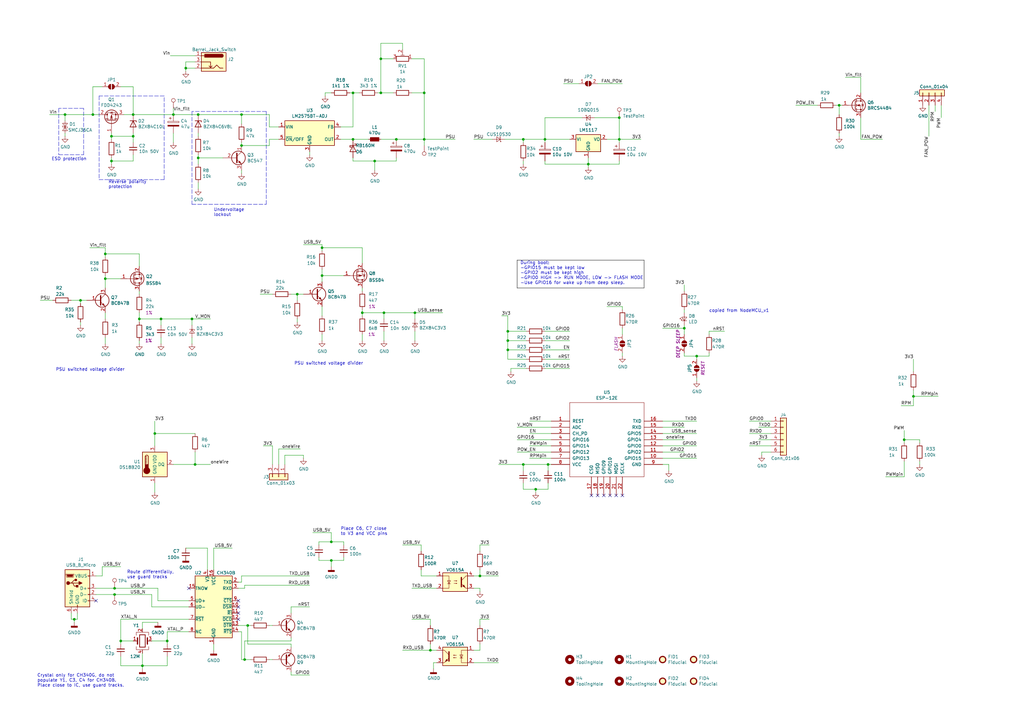
<source format=kicad_sch>
(kicad_sch (version 20211123) (generator eeschema)
  (paper "A3")
  (junction (at 43.18 114.3))
  (junction (at 38.1 46.99))
  (junction (at 176.53 266.7))
  (junction (at 46.99 243.84))
  (junction (at 173.99 38.1))
  (junction (at 101.6 256.54))
  (junction (at 144.78 57.15))
  (junction (at 162.56 57.15))
  (junction (at 285.75 146.05))
  (junction (at 156.21 24.13))
  (junction (at 208.28 143.51))
  (junction (at 45.72 66.04))
  (junction (at 208.28 135.89))
  (junction (at 135.89 222.25))
  (junction (at 214.63 190.5))
  (junction (at 80.01 190.5))
  (junction (at 153.67 66.04))
  (junction (at 63.5 177.8))
  (junction (at 374.65 162.56))
  (junction (at 208.28 139.7))
  (junction (at 173.99 57.15))
  (junction (at 156.21 38.1))
  (junction (at 219.71 200.66))
  (junction (at 66.04 130.81))
  (junction (at 43.18 104.14))
  (junction (at 100.33 270.51))
  (junction (at 148.59 128.27))
  (junction (at 54.61 55.88))
  (junction (at 132.08 113.03))
  (junction (at 144.78 38.1))
  (junction (at 26.67 46.99))
  (junction (at 170.18 128.27))
  (junction (at 344.17 43.18))
  (junction (at 254 57.15))
  (junction (at 214.63 57.15))
  (junction (at 196.85 236.22))
  (junction (at 132.08 101.6))
  (junction (at 135.89 229.87))
  (junction (at 121.92 120.65))
  (junction (at 30.48 254))
  (junction (at 58.42 273.05))
  (junction (at 280.67 134.62))
  (junction (at 71.12 46.99))
  (junction (at 99.06 59.69))
  (junction (at 46.99 241.3))
  (junction (at 157.48 128.27))
  (junction (at 57.15 130.81))
  (junction (at 54.61 46.99))
  (junction (at 81.28 46.99))
  (junction (at 78.74 130.81))
  (junction (at 76.2 27.94))
  (junction (at 370.84 180.34))
  (junction (at 241.3 67.31))
  (junction (at 99.06 46.99))
  (junction (at 223.52 57.15))
  (junction (at 68.58 262.89))
  (junction (at 45.72 55.88))
  (junction (at 254 48.26))
  (junction (at 49.53 262.89))
  (junction (at 224.79 190.5))
  (junction (at 81.28 64.77))
  (junction (at 33.02 123.19))
  (no_connect (at 252.73 203.2))
  (no_connect (at 247.65 203.2))
  (no_connect (at 97.79 251.46))
  (no_connect (at 242.57 203.2))
  (no_connect (at 255.27 203.2))
  (no_connect (at 97.79 248.92))
  (no_connect (at 97.79 246.38))
  (no_connect (at 245.11 203.2))
  (no_connect (at 77.47 241.3))
  (no_connect (at 250.19 203.2))
  (no_connect (at 39.37 246.38))
  (no_connect (at 97.79 254))
  (wire (pts (xy 80.01 27.94) (xy 76.2 27.94)))
  (wire (pts (xy 119.38 276.86) (xy 127 276.86)))
  (wire (pts (xy 46.99 241.3) (xy 64.77 241.3)))
  (wire (pts (xy 62.23 262.89) (xy 68.58 262.89)))
  (wire (pts (xy 148.59 128.27) (xy 157.48 128.27)))
  (wire (pts (xy 143.51 38.1) (xy 144.78 38.1)))
  (wire (pts (xy 116.84 190.5) (xy 116.84 186.69)))
  (wire (pts (xy 326.39 43.18) (xy 335.28 43.18)))
  (wire (pts (xy 196.85 236.22) (xy 204.47 236.22)))
  (wire (pts (xy 280.67 137.16) (xy 280.67 134.62)))
  (wire (pts (xy 54.61 54.61) (xy 54.61 55.88)))
  (wire (pts (xy 208.28 135.89) (xy 208.28 139.7)))
  (wire (pts (xy 271.78 172.72) (xy 285.75 172.72)))
  (wire (pts (xy 226.06 187.96) (xy 217.17 187.96)))
  (wire (pts (xy 119.38 261.62) (xy 119.38 262.89)))
  (polyline (pts (xy 67.31 39.37) (xy 40.64 39.37)))
  (polyline (pts (xy 78.74 83.82) (xy 109.22 83.82)))
  (wire (pts (xy 177.8 274.32) (xy 177.8 271.78)))
  (wire (pts (xy 31.75 254) (xy 30.48 254)))
  (wire (pts (xy 81.28 63.5) (xy 81.28 64.77)))
  (wire (pts (xy 173.99 57.15) (xy 173.99 38.1)))
  (wire (pts (xy 119.38 265.43) (xy 119.38 264.16)))
  (wire (pts (xy 140.97 222.25) (xy 140.97 223.52)))
  (wire (pts (xy 114.3 190.5) (xy 114.3 184.15)))
  (wire (pts (xy 290.83 137.16) (xy 290.83 135.89)))
  (wire (pts (xy 290.83 146.05) (xy 285.75 146.05)))
  (wire (pts (xy 226.06 185.42) (xy 212.09 185.42)))
  (wire (pts (xy 345.44 43.18) (xy 344.17 43.18)))
  (wire (pts (xy 110.49 52.07) (xy 110.49 46.99)))
  (wire (pts (xy 43.18 114.3) (xy 43.18 118.11)))
  (wire (pts (xy 157.48 128.27) (xy 157.48 130.81)))
  (wire (pts (xy 54.61 55.88) (xy 45.72 55.88)))
  (wire (pts (xy 85.09 224.79) (xy 85.09 233.68)))
  (wire (pts (xy 157.48 135.89) (xy 157.48 139.7)))
  (wire (pts (xy 226.06 180.34) (xy 212.09 180.34)))
  (wire (pts (xy 285.75 147.32) (xy 285.75 146.05)))
  (wire (pts (xy 196.85 266.7) (xy 196.85 264.16)))
  (wire (pts (xy 165.1 266.7) (xy 176.53 266.7)))
  (wire (pts (xy 223.52 139.7) (xy 233.68 139.7)))
  (wire (pts (xy 45.72 54.61) (xy 45.72 55.88)))
  (wire (pts (xy 255.27 134.62) (xy 255.27 137.16)))
  (wire (pts (xy 157.48 128.27) (xy 170.18 128.27)))
  (wire (pts (xy 43.18 113.03) (xy 43.18 114.3)))
  (wire (pts (xy 162.56 57.15) (xy 173.99 57.15)))
  (wire (pts (xy 254 57.15) (xy 262.89 57.15)))
  (wire (pts (xy 224.79 190.5) (xy 214.63 190.5)))
  (polyline (pts (xy 34.29 44.45) (xy 24.13 44.45)))
  (wire (pts (xy 254 48.26) (xy 243.84 48.26)))
  (wire (pts (xy 76.2 224.79) (xy 85.09 224.79)))
  (wire (pts (xy 30.48 255.27) (xy 30.48 254)))
  (wire (pts (xy 196.85 236.22) (xy 196.85 233.68)))
  (wire (pts (xy 237.49 34.29) (xy 231.14 34.29)))
  (wire (pts (xy 97.79 259.08) (xy 99.06 259.08)))
  (wire (pts (xy 50.8 46.99) (xy 54.61 46.99)))
  (wire (pts (xy 110.49 52.07) (xy 114.3 52.07)))
  (wire (pts (xy 80.01 190.5) (xy 80.01 185.42)))
  (wire (pts (xy 110.49 57.15) (xy 110.49 59.69)))
  (wire (pts (xy 369.57 166.37) (xy 374.65 166.37)))
  (wire (pts (xy 132.08 110.49) (xy 132.08 113.03)))
  (wire (pts (xy 29.21 123.19) (xy 33.02 123.19)))
  (wire (pts (xy 119.38 262.89) (xy 100.33 262.89)))
  (wire (pts (xy 54.61 63.5) (xy 54.61 66.04)))
  (wire (pts (xy 344.17 46.99) (xy 344.17 43.18)))
  (wire (pts (xy 130.81 228.6) (xy 130.81 229.87)))
  (wire (pts (xy 38.1 46.99) (xy 38.1 35.56)))
  (wire (pts (xy 209.55 151.13) (xy 215.9 151.13)))
  (wire (pts (xy 194.31 266.7) (xy 196.85 266.7)))
  (wire (pts (xy 214.63 57.15) (xy 223.52 57.15)))
  (wire (pts (xy 39.37 243.84) (xy 46.99 243.84)))
  (wire (pts (xy 124.46 186.69) (xy 124.46 187.96)))
  (wire (pts (xy 130.81 222.25) (xy 135.89 222.25)))
  (wire (pts (xy 130.81 229.87) (xy 135.89 229.87)))
  (wire (pts (xy 101.6 264.16) (xy 101.6 256.54)))
  (wire (pts (xy 144.78 64.77) (xy 144.78 66.04)))
  (wire (pts (xy 219.71 201.93) (xy 219.71 200.66)))
  (wire (pts (xy 110.49 57.15) (xy 114.3 57.15)))
  (wire (pts (xy 57.15 130.81) (xy 57.15 132.08)))
  (wire (pts (xy 374.65 162.56) (xy 384.81 162.56)))
  (wire (pts (xy 63.5 182.88) (xy 63.5 177.8)))
  (wire (pts (xy 101.6 256.54) (xy 102.87 256.54)))
  (wire (pts (xy 274.32 190.5) (xy 271.78 190.5)))
  (wire (pts (xy 62.23 248.92) (xy 62.23 243.84)))
  (wire (pts (xy 87.63 224.79) (xy 95.25 224.79)))
  (wire (pts (xy 176.53 264.16) (xy 176.53 266.7)))
  (wire (pts (xy 219.71 200.66) (xy 214.63 200.66)))
  (wire (pts (xy 71.12 190.5) (xy 80.01 190.5)))
  (wire (pts (xy 140.97 228.6) (xy 140.97 229.87)))
  (wire (pts (xy 49.53 35.56) (xy 54.61 35.56)))
  (wire (pts (xy 43.18 114.3) (xy 49.53 114.3)))
  (wire (pts (xy 100.33 241.3) (xy 97.79 241.3)))
  (wire (pts (xy 139.7 57.15) (xy 144.78 57.15)))
  (wire (pts (xy 97.79 238.76) (xy 99.06 238.76)))
  (wire (pts (xy 68.58 262.89) (xy 68.58 264.16)))
  (wire (pts (xy 271.78 182.88) (xy 285.75 182.88)))
  (wire (pts (xy 173.99 57.15) (xy 186.69 57.15)))
  (wire (pts (xy 21.59 123.19) (xy 16.51 123.19)))
  (wire (pts (xy 111.76 182.88) (xy 107.95 182.88)))
  (wire (pts (xy 127 62.23) (xy 127 63.5)))
  (wire (pts (xy 64.77 246.38) (xy 77.47 246.38)))
  (wire (pts (xy 116.84 186.69) (xy 124.46 186.69)))
  (wire (pts (xy 208.28 139.7) (xy 215.9 139.7)))
  (wire (pts (xy 26.67 55.88) (xy 26.67 54.61)))
  (wire (pts (xy 194.31 57.15) (xy 201.93 57.15)))
  (wire (pts (xy 78.74 138.43) (xy 78.74 140.97)))
  (wire (pts (xy 377.19 190.5) (xy 377.19 189.23)))
  (wire (pts (xy 254 67.31) (xy 254 66.04)))
  (wire (pts (xy 132.08 101.6) (xy 148.59 101.6)))
  (wire (pts (xy 80.01 25.4) (xy 76.2 25.4)))
  (wire (pts (xy 58.42 273.05) (xy 68.58 273.05)))
  (wire (pts (xy 132.08 113.03) (xy 140.97 113.03)))
  (wire (pts (xy 110.49 270.51) (xy 111.76 270.51)))
  (wire (pts (xy 135.89 222.25) (xy 140.97 222.25)))
  (wire (pts (xy 81.28 55.88) (xy 81.28 54.61)))
  (wire (pts (xy 374.65 160.02) (xy 374.65 162.56)))
  (wire (pts (xy 226.06 190.5) (xy 224.79 190.5)))
  (wire (pts (xy 76.2 229.87) (xy 76.2 228.6)))
  (wire (pts (xy 370.84 189.23) (xy 370.84 195.58)))
  (wire (pts (xy 100.33 240.03) (xy 100.33 241.3)))
  (wire (pts (xy 57.15 130.81) (xy 66.04 130.81)))
  (wire (pts (xy 316.23 180.34) (xy 311.15 180.34)))
  (wire (pts (xy 119.38 264.16) (xy 101.6 264.16)))
  (wire (pts (xy 344.17 43.18) (xy 342.9 43.18)))
  (wire (pts (xy 170.18 128.27) (xy 181.61 128.27)))
  (wire (pts (xy 81.28 67.31) (xy 81.28 64.77)))
  (polyline (pts (xy 24.13 63.5) (xy 34.29 63.5)))
  (wire (pts (xy 100.33 270.51) (xy 102.87 270.51)))
  (wire (pts (xy 165.1 20.32) (xy 165.1 17.78)))
  (wire (pts (xy 38.1 35.56) (xy 41.91 35.56)))
  (wire (pts (xy 99.06 58.42) (xy 99.06 59.69)))
  (wire (pts (xy 370.84 195.58) (xy 363.22 195.58)))
  (wire (pts (xy 81.28 77.47) (xy 81.28 74.93)))
  (wire (pts (xy 205.74 129.54) (xy 208.28 129.54)))
  (wire (pts (xy 226.06 182.88) (xy 217.17 182.88)))
  (wire (pts (xy 33.02 124.46) (xy 33.02 123.19)))
  (wire (pts (xy 43.18 104.14) (xy 57.15 104.14)))
  (wire (pts (xy 121.92 132.08) (xy 121.92 130.81)))
  (wire (pts (xy 135.89 218.44) (xy 128.27 218.44)))
  (wire (pts (xy 194.31 241.3) (xy 196.85 241.3)))
  (wire (pts (xy 194.31 271.78) (xy 204.47 271.78)))
  (wire (pts (xy 176.53 254) (xy 176.53 256.54)))
  (wire (pts (xy 87.63 233.68) (xy 87.63 224.79)))
  (wire (pts (xy 208.28 143.51) (xy 215.9 143.51)))
  (wire (pts (xy 78.74 130.81) (xy 78.74 133.35)))
  (wire (pts (xy 99.06 238.76) (xy 99.06 236.22)))
  (wire (pts (xy 110.49 59.69) (xy 99.06 59.69)))
  (wire (pts (xy 148.59 128.27) (xy 148.59 129.54)))
  (polyline (pts (xy 264.16 118.11) (xy 212.09 118.11)) (stroke (width 0) (type solid) (color 0 0 0 1)))
  (wire (pts (xy 87.63 266.7) (xy 87.63 264.16)))
  (wire (pts (xy 156.21 24.13) (xy 156.21 38.1)))
  (wire (pts (xy 194.31 236.22) (xy 196.85 236.22)))
  (wire (pts (xy 316.23 182.88) (xy 307.34 182.88)))
  (wire (pts (xy 135.89 229.87) (xy 135.89 232.41)))
  (wire (pts (xy 241.3 67.31) (xy 254 67.31)))
  (wire (pts (xy 38.1 46.99) (xy 40.64 46.99)))
  (wire (pts (xy 39.37 241.3) (xy 46.99 241.3)))
  (wire (pts (xy 66.04 130.81) (xy 78.74 130.81)))
  (wire (pts (xy 274.32 193.04) (xy 274.32 190.5)))
  (wire (pts (xy 353.06 57.15) (xy 361.95 57.15)))
  (wire (pts (xy 217.17 172.72) (xy 226.06 172.72)))
  (wire (pts (xy 26.67 46.99) (xy 38.1 46.99)))
  (wire (pts (xy 110.49 46.99) (xy 99.06 46.99)))
  (wire (pts (xy 121.92 123.19) (xy 121.92 120.65)))
  (wire (pts (xy 370.84 180.34) (xy 370.84 181.61)))
  (wire (pts (xy 196.85 223.52) (xy 200.66 223.52)))
  (wire (pts (xy 241.3 67.31) (xy 241.3 64.77)))
  (wire (pts (xy 121.92 120.65) (xy 124.46 120.65)))
  (wire (pts (xy 132.08 125.73) (xy 132.08 129.54)))
  (wire (pts (xy 170.18 128.27) (xy 170.18 130.81)))
  (wire (pts (xy 36.83 101.6) (xy 43.18 101.6)))
  (wire (pts (xy 144.78 57.15) (xy 151.13 57.15)))
  (wire (pts (xy 133.35 38.1) (xy 135.89 38.1)))
  (wire (pts (xy 154.94 38.1) (xy 156.21 38.1)))
  (wire (pts (xy 223.52 151.13) (xy 233.68 151.13)))
  (wire (pts (xy 144.78 52.07) (xy 144.78 38.1)))
  (wire (pts (xy 208.28 147.32) (xy 215.9 147.32)))
  (wire (pts (xy 168.91 254) (xy 176.53 254)))
  (wire (pts (xy 214.63 193.04) (xy 214.63 190.5)))
  (wire (pts (xy 161.29 24.13) (xy 156.21 24.13)))
  (wire (pts (xy 49.53 254) (xy 77.47 254)))
  (wire (pts (xy 196.85 241.3) (xy 196.85 242.57)))
  (wire (pts (xy 49.53 254) (xy 49.53 262.89)))
  (polyline (pts (xy 264.16 106.68) (xy 264.16 118.11)) (stroke (width 0) (type solid) (color 0 0 0 1)))
  (wire (pts (xy 208.28 135.89) (xy 215.9 135.89)))
  (wire (pts (xy 68.58 273.05) (xy 68.58 269.24)))
  (wire (pts (xy 57.15 119.38) (xy 57.15 120.65)))
  (wire (pts (xy 176.53 266.7) (xy 179.07 266.7)))
  (wire (pts (xy 223.52 143.51) (xy 233.68 143.51)))
  (wire (pts (xy 223.52 48.26) (xy 223.52 57.15)))
  (wire (pts (xy 353.06 48.26) (xy 353.06 57.15)))
  (wire (pts (xy 223.52 57.15) (xy 233.68 57.15)))
  (wire (pts (xy 280.67 134.62) (xy 280.67 133.35)))
  (wire (pts (xy 63.5 172.72) (xy 63.5 177.8)))
  (wire (pts (xy 43.18 104.14) (xy 43.18 105.41)))
  (wire (pts (xy 54.61 46.99) (xy 71.12 46.99)))
  (wire (pts (xy 26.67 46.99) (xy 20.32 46.99)))
  (wire (pts (xy 255.27 144.78) (xy 255.27 146.05)))
  (wire (pts (xy 45.72 64.77) (xy 45.72 66.04)))
  (wire (pts (xy 57.15 109.22) (xy 57.15 104.14)))
  (wire (pts (xy 248.92 57.15) (xy 254 57.15)))
  (wire (pts (xy 172.72 223.52) (xy 172.72 226.06)))
  (wire (pts (xy 156.21 17.78) (xy 156.21 24.13)))
  (wire (pts (xy 41.91 236.22) (xy 41.91 232.41)))
  (wire (pts (xy 80.01 177.8) (xy 63.5 177.8)))
  (wire (pts (xy 58.42 267.97) (xy 58.42 273.05)))
  (wire (pts (xy 165.1 223.52) (xy 172.72 223.52)))
  (wire (pts (xy 383.54 43.18) (xy 383.54 45.72)))
  (wire (pts (xy 148.59 137.16) (xy 148.59 139.7)))
  (wire (pts (xy 71.12 46.99) (xy 81.28 46.99)))
  (wire (pts (xy 374.65 147.32) (xy 374.65 152.4)))
  (wire (pts (xy 316.23 177.8) (xy 307.34 177.8)))
  (wire (pts (xy 64.77 241.3) (xy 64.77 246.38)))
  (wire (pts (xy 168.91 38.1) (xy 173.99 38.1)))
  (wire (pts (xy 135.89 229.87) (xy 140.97 229.87)))
  (wire (pts (xy 77.47 248.92) (xy 62.23 248.92)))
  (wire (pts (xy 76.2 25.4) (xy 76.2 27.94)))
  (wire (pts (xy 31.75 251.46) (xy 31.75 254)))
  (wire (pts (xy 57.15 139.7) (xy 57.15 140.97)))
  (wire (pts (xy 99.06 71.12) (xy 99.06 69.85)))
  (wire (pts (xy 173.99 57.15) (xy 173.99 59.69)))
  (wire (pts (xy 223.52 66.04) (xy 223.52 67.31)))
  (wire (pts (xy 100.33 240.03) (xy 127 240.03)))
  (wire (pts (xy 33.02 123.19) (xy 35.56 123.19)))
  (wire (pts (xy 238.76 48.26) (xy 223.52 48.26)))
  (wire (pts (xy 156.21 38.1) (xy 161.29 38.1)))
  (wire (pts (xy 54.61 66.04) (xy 45.72 66.04)))
  (wire (pts (xy 170.18 135.89) (xy 170.18 139.7)))
  (wire (pts (xy 316.23 185.42) (xy 312.42 185.42)))
  (polyline (pts (xy 24.13 44.45) (xy 24.13 63.5)))
  (wire (pts (xy 285.75 156.21) (xy 285.75 154.94)))
  (wire (pts (xy 271.78 175.26) (xy 280.67 175.26)))
  (wire (pts (xy 223.52 135.89) (xy 233.68 135.89)))
  (wire (pts (xy 99.06 270.51) (xy 100.33 270.51)))
  (wire (pts (xy 99.06 236.22) (xy 127 236.22)))
  (wire (pts (xy 224.79 200.66) (xy 224.79 198.12)))
  (wire (pts (xy 43.18 101.6) (xy 43.18 104.14)))
  (wire (pts (xy 280.67 134.62) (xy 271.78 134.62)))
  (wire (pts (xy 49.53 262.89) (xy 49.53 264.16)))
  (wire (pts (xy 100.33 262.89) (xy 100.33 270.51)))
  (wire (pts (xy 254 57.15) (xy 254 48.26)))
  (wire (pts (xy 165.1 17.78) (xy 156.21 17.78)))
  (wire (pts (xy 153.67 69.85) (xy 153.67 66.04)))
  (wire (pts (xy 58.42 274.32) (xy 58.42 273.05)))
  (wire (pts (xy 226.06 175.26) (xy 212.09 175.26)))
  (wire (pts (xy 208.28 143.51) (xy 208.28 147.32)))
  (wire (pts (xy 54.61 35.56) (xy 54.61 46.99)))
  (wire (pts (xy 285.75 146.05) (xy 280.67 146.05)))
  (wire (pts (xy 26.67 49.53) (xy 26.67 46.99)))
  (wire (pts (xy 179.07 241.3) (xy 168.91 241.3)))
  (wire (pts (xy 119.38 120.65) (xy 121.92 120.65)))
  (wire (pts (xy 316.23 175.26) (xy 311.15 175.26)))
  (wire (pts (xy 110.49 256.54) (xy 111.76 256.54)))
  (polyline (pts (xy 34.29 63.5) (xy 34.29 44.45)))
  (wire (pts (xy 54.61 55.88) (xy 54.61 58.42)))
  (wire (pts (xy 135.89 218.44) (xy 135.89 222.25)))
  (wire (pts (xy 144.78 66.04) (xy 153.67 66.04)))
  (wire (pts (xy 68.58 259.08) (xy 77.47 259.08)))
  (wire (pts (xy 370.84 176.53) (xy 370.84 180.34)))
  (wire (pts (xy 132.08 101.6) (xy 132.08 100.33)))
  (wire (pts (xy 377.19 180.34) (xy 370.84 180.34)))
  (wire (pts (xy 271.78 185.42) (xy 280.67 185.42)))
  (wire (pts (xy 119.38 275.59) (xy 119.38 276.86)))
  (polyline (pts (xy 212.09 118.11) (xy 212.09 106.68)) (stroke (width 0) (type solid) (color 0 0 0 1)))
  (wire (pts (xy 66.04 138.43) (xy 66.04 140.97)))
  (wire (pts (xy 214.63 200.66) (xy 214.63 198.12)))
  (wire (pts (xy 81.28 46.99) (xy 99.06 46.99)))
  (polyline (pts (xy 212.09 106.68) (xy 264.16 106.68)) (stroke (width 0) (type solid) (color 0 0 0 1)))
  (wire (pts (xy 43.18 138.43) (xy 43.18 140.97)))
  (wire (pts (xy 214.63 190.5) (xy 204.47 190.5)))
  (polyline (pts (xy 109.22 83.82) (xy 109.22 45.72)))
  (wire (pts (xy 377.19 181.61) (xy 377.19 180.34)))
  (wire (pts (xy 241.3 68.58) (xy 241.3 67.31)))
  (wire (pts (xy 124.46 100.33) (xy 132.08 100.33)))
  (wire (pts (xy 280.67 128.27) (xy 280.67 127)))
  (wire (pts (xy 41.91 232.41) (xy 49.53 232.41)))
  (wire (pts (xy 316.23 172.72) (xy 307.34 172.72)))
  (polyline (pts (xy 40.64 73.66) (xy 67.31 73.66)))
  (wire (pts (xy 386.08 43.18) (xy 386.08 48.26)))
  (wire (pts (xy 223.52 147.32) (xy 233.68 147.32)))
  (wire (pts (xy 58.42 255.27) (xy 64.77 255.27)))
  (wire (pts (xy 111.76 190.5) (xy 111.76 182.88)))
  (wire (pts (xy 111.76 120.65) (xy 106.68 120.65)))
  (wire (pts (xy 214.63 66.04) (xy 214.63 67.31)))
  (wire (pts (xy 132.08 102.87) (xy 132.08 101.6)))
  (wire (pts (xy 156.21 57.15) (xy 162.56 57.15)))
  (wire (pts (xy 177.8 271.78) (xy 179.07 271.78)))
  (wire (pts (xy 57.15 128.27) (xy 57.15 130.81)))
  (wire (pts (xy 114.3 184.15) (xy 123.19 184.15)))
  (wire (pts (xy 172.72 236.22) (xy 179.07 236.22)))
  (wire (pts (xy 223.52 58.42) (xy 223.52 57.15)))
  (polyline (pts (xy 78.74 45.72) (xy 78.74 83.82)))
  (wire (pts (xy 139.7 52.07) (xy 144.78 52.07)))
  (wire (pts (xy 43.18 128.27) (xy 43.18 130.81)))
  (wire (pts (xy 80.01 22.86) (xy 69.85 22.86)))
  (wire (pts (xy 30.48 254) (xy 29.21 254)))
  (polyline (pts (xy 109.22 45.72) (xy 78.74 45.72)))
  (wire (pts (xy 132.08 113.03) (xy 132.08 115.57)))
  (wire (pts (xy 196.85 256.54) (xy 196.85 254)))
  (wire (pts (xy 290.83 144.78) (xy 290.83 146.05)))
  (wire (pts (xy 224.79 193.04) (xy 224.79 190.5)))
  (wire (pts (xy 172.72 233.68) (xy 172.72 236.22)))
  (wire (pts (xy 280.67 119.38) (xy 280.67 116.84)))
  (wire (pts (xy 80.01 190.5) (xy 86.36 190.5)))
  (wire (pts (xy 223.52 67.31) (xy 241.3 67.31)))
  (wire (pts (xy 148.59 118.11) (xy 148.59 119.38)))
  (wire (pts (xy 196.85 226.06) (xy 196.85 223.52)))
  (wire (pts (xy 76.2 27.94) (xy 76.2 29.21)))
  (wire (pts (xy 353.06 31.75) (xy 346.71 31.75)))
  (wire (pts (xy 71.12 46.99) (xy 71.12 44.45)))
  (wire (pts (xy 208.28 129.54) (xy 208.28 135.89)))
  (wire (pts (xy 209.55 152.4) (xy 209.55 151.13)))
  (wire (pts (xy 68.58 259.08) (xy 68.58 262.89)))
  (wire (pts (xy 49.53 273.05) (xy 58.42 273.05)))
  (wire (pts (xy 63.5 201.93) (xy 63.5 198.12)))
  (wire (pts (xy 255.27 127) (xy 255.27 125.73)))
  (wire (pts (xy 71.12 58.42) (xy 71.12 54.61)))
  (wire (pts (xy 58.42 257.81) (xy 58.42 255.27)))
  (wire (pts (xy 214.63 58.42) (xy 214.63 57.15)))
  (wire (pts (xy 45.72 67.31) (xy 45.72 66.04)))
  (wire (pts (xy 144.78 38.1) (xy 147.32 38.1)))
  (wire (pts (xy 208.28 139.7) (xy 208.28 143.51)))
  (wire (pts (xy 119.38 248.92) (xy 127 248.92)))
  (wire (pts (xy 66.04 130.81) (xy 66.04 133.35)))
  (wire (pts (xy 173.99 24.13) (xy 173.99 38.1)))
  (wire (pts (xy 99.06 259.08) (xy 99.06 270.51)))
  (wire (pts (xy 91.44 64.77) (xy 81.28 64.77)))
  (wire (pts (xy 97.79 256.54) (xy 101.6 256.54)))
  (wire (pts (xy 374.65 162.56) (xy 374.65 166.37)))
  (wire (pts (xy 46.99 243.84) (xy 62.23 243.84)))
  (wire (pts (xy 196.85 254) (xy 200.66 254)))
  (wire (pts (xy 280.67 146.05) (xy 280.67 144.78)))
  (wire (pts (xy 119.38 251.46) (xy 119.38 248.92)))
  (polyline (pts (xy 67.31 73.66) (xy 67.31 39.37)))
  (wire (pts (xy 29.21 254) (xy 29.21 251.46)))
  (wire (pts (xy 312.42 185.42) (xy 312.42 186.69)))
  (wire (pts (xy 245.11 34.29) (xy 255.27 34.29)))
  (wire (pts (xy 33.02 132.08) (xy 33.02 133.35)))
  (wire (pts (xy 226.06 177.8) (xy 217.17 177.8)))
  (wire (pts (xy 148.59 127) (xy 148.59 128.27)))
  (wire (pts (xy 271.78 187.96) (xy 285.75 187.96)))
  (wire (pts (xy 271.78 177.8) (xy 285.75 177.8)))
  (wire (pts (xy 39.37 236.22) (xy 41.91 236.22)))
  (wire (pts (xy 290.83 135.89) (xy 297.18 135.89)))
  (wire (pts (xy 254 58.42) (xy 254 57.15)))
  (wire (pts (xy 381 43.18) (xy 381 55.88)))
  (wire (pts (xy 133.35 39.37) (xy 133.35 38.1)))
  (wire (pts (xy 78.74 130.81) (xy 86.36 130.81)))
  (wire (pts (xy 168.91 24.13) (xy 173.99 24.13)))
  (wire (pts (xy 255.27 125.73) (xy 248.92 125.73)))
  (wire (pts (xy 353.06 38.1) (xy 353.06 31.75)))
  (wire (pts (xy 45.72 55.88) (xy 45.72 57.15)))
  (wire (pts (xy 130.81 223.52) (xy 130.81 222.25)))
  (wire (pts (xy 207.01 57.15) (xy 214.63 57.15)))
  (polyline (pts (xy 40.64 39.37) (xy 40.64 73.66)))
  (wire (pts (xy 224.79 200.66) (xy 219.71 200.66)))
  (wire (pts (xy 54.61 262.89) (xy 49.53 262.89)))
  (wire (pts (xy 99.06 46.99) (xy 99.06 50.8)))
  (wire (pts (xy 162.56 66.04) (xy 162.56 64.77)))
  (wire (pts (xy 344.17 55.88) (xy 344.17 54.61)))
  (wire (pts (xy 49.53 273.05) (xy 49.53 269.24)))
  (wire (pts (xy 153.67 66.04) (xy 162.56 66.04)))
  (wire (pts (xy 148.59 107.95) (xy 148.59 101.6)))
  (wire (pts (xy 132.08 137.16) (xy 132.08 139.7)))
  (wire (pts (xy 271.78 180.34) (xy 280.67 180.34)))
  (text "PSU switched voltage divider" (at 22.86 152.4 0) (effects (font (size 1.27 1.27)) (justify left bottom)))
  (text "ESD protection" (at 35.56 66.04 180) (effects (font (size 1.27 1.27)) (justify right bottom)))
  (text "PSU switched voltage divider" (at 120.65 149.86 0) (effects (font (size 1.27 1.27)) (justify left bottom)))
  (text "Undervoltage\nlockout" (at 87.63 88.9 0) (effects (font (size 1.27 1.27)) (justify left bottom)))
  (text "Place C6, C7 close\nto V3 and VCC pins" (at 139.7 219.71 0) (effects (font (size 1.27 1.27)) (justify left bottom)))
  (text "Route differentially,\nuse guard tracks" (at 52.07 237.49 0) (effects (font (size 1.27 1.27)) (justify left bottom)))
  (text "copied from NodeMCU_v1" (at 290.83 128.27 0) (effects (font (size 1.27 1.27)) (justify left bottom)))
  (text "During boot:\n-GPIO15 must be kept low\n-GPIO2 must be kept high\n-GPIO0 HIGH -> RUN MODE, LOW -> FLASH MODE\n-Use GPIO16 for wake up from deep sleep." (at 213.36 116.84 0) (effects (font (size 1.27 1.27)) (justify left bottom)))
  (text "Crystal only for CH340G, do not \npopulate Y1, C3, C4 for CH340B.\nPlace close to IC, use guard tracks." (at 15.24 281.94 0) (effects (font (size 1.27 1.27)) (justify left bottom)))
  (text "Reverse polarity\nprotection" (at 44.45 77.47 0) (effects (font (size 1.27 1.27)) (justify left bottom)))
  (label "GPIO2" (at 280.67 185.42 180))
  (label "EN" (at 217.17 177.8 0))
  (label "GPIO16" (at 212.09 180.34 0))
  (label "GPIO0" (at 248.92 125.73 0))
  (label "USB_sense" (at 181.61 128.27 180))
  (label "USB_5V" (at 124.46 100.33 0))
  (label "nRST" (at 307.34 182.88 0))
  (label "POW_EN" (at 326.39 43.18 0))
  (label "RPMpin" (at 384.81 162.56 180))
  (label "nRST" (at 217.17 172.72 0))
  (label "3V3" (at 374.65 147.32 180))
  (label "Vin_filt" (at 346.71 31.75 0))
  (label "3V3" (at 311.15 180.34 0))
  (label "oneWire" (at 123.19 184.15 180))
  (label "Vin" (at 69.85 22.86 180))
  (label "USB_5V" (at 168.91 254 0))
  (label "Vin_filt" (at 71.12 45.72 0))
  (label "RXD0" (at 307.34 177.8 0))
  (label "USB_5V" (at 128.27 218.44 0))
  (label "TXD_USB" (at 127 236.22 180))
  (label "GPIO0" (at 307.34 172.72 0))
  (label "PSU" (at 106.68 120.65 0))
  (label "USB_P" (at 59.69 241.3 180))
  (label "PSU" (at 194.31 57.15 0))
  (label "PWM" (at 386.08 48.26 270))
  (label "USB_5V" (at 165.1 223.52 0))
  (label "3V3" (at 107.95 182.88 0))
  (label "RPM" (at 369.57 166.37 0))
  (label "3V3" (at 200.66 223.52 180))
  (label "3V3" (at 63.5 172.72 0))
  (label "GPIO0" (at 285.75 182.88 180))
  (label "nRST" (at 297.18 135.89 180))
  (label "Vin_filt" (at 36.83 101.6 0))
  (label "USB_N" (at 59.69 243.84 180))
  (label "PWMpin" (at 363.22 195.58 0))
  (label "GPIO0" (at 127 276.86 180))
  (label "RXD_USB" (at 165.1 266.7 0))
  (label "TXD0" (at 204.47 271.78 180))
  (label "RXD0" (at 204.47 236.22 180))
  (label "RPMpin" (at 217.17 187.96 0))
  (label "PSU" (at 16.51 123.19 0))
  (label "GPIO2" (at 233.68 139.7 180))
  (label "3V3" (at 262.89 57.15 180))
  (label "Vin" (at 20.32 46.99 0))
  (label "V_MON" (at 86.36 130.81 180))
  (label "3V3" (at 280.67 116.84 180))
  (label "TXD0" (at 311.15 175.26 0))
  (label "RXD0" (at 280.67 175.26 180))
  (label "PWM" (at 370.84 176.53 180))
  (label "XTAL_N" (at 49.53 254 0))
  (label "V_MON" (at 212.09 175.26 0))
  (label "3V3" (at 205.74 129.54 0))
  (label "GPIO15" (at 285.75 187.96 180))
  (label "PSU" (at 186.69 57.15 180))
  (label "oneWire" (at 280.67 180.34 180))
  (label "GPIO16" (at 271.78 134.62 0))
  (label "3V3" (at 200.66 254 180))
  (label "TXD0" (at 285.75 172.72 180))
  (label "RPM" (at 383.54 45.72 270))
  (label "EN" (at 233.68 143.51 180))
  (label "GPIO15" (at 233.68 151.13 180))
  (label "RXD_USB" (at 127 240.03 180))
  (label "XTAL_P" (at 68.58 259.08 0))
  (label "PWMpin" (at 217.17 182.88 0))
  (label "GPIO0" (at 233.68 135.89 180))
  (label "USB_5V" (at 49.53 232.41 180))
  (label "FAN_POW" (at 361.95 57.15 180))
  (label "nRST" (at 233.68 147.32 180))
  (label "USB_5V" (at 95.25 224.79 180))
  (label "FAN_POW" (at 381 55.88 270))
  (label "TXD_USB" (at 168.91 241.3 0))
  (label "3V3" (at 204.47 190.5 0))
  (label "POW_EN" (at 212.09 185.42 0))
  (label "oneWire" (at 86.36 190.5 0))
  (label "USB_sense" (at 285.75 177.8 180))
  (label "nRST" (at 127 248.92 180))
  (label "FAN_POW" (at 255.27 34.29 180))
  (label "PSU" (at 231.14 34.29 0))
  (symbol (lib_id "Sensor_Temperature:DS18B20") (at 63.5 190.5 0) (unit 1) (in_bom no)
    (property "Reference" "U1" (at 57.658 189.3316 0) (effects (justify right)))
    (property "Value" "DS18B20" (at 57.658 191.643 0) (effects (justify right)))
    (property "Footprint" "Package_TO_SOT_THT:TO-92_Inline_Wide" (effects hide))
    (property "Datasheet" "https://datasheet.lcsc.com/lcsc/1810111812_Maxim-Integrated-DS18B20-_C9753.pdf" (effects hide))
    (property "Manufacturer" "Maxim Integrated" (effects hide))
    (property "MPN" "DS18B20+" (effects hide))
    (property "LCSC" "C9753" (effects hide))
    (property "Supplier" "LCSC" (effects hide))
  )
  (symbol (lib_id "power:GND") (at 63.5 201.93 0) (unit 1)
    (property "Reference" "#PWR06" (effects hide))
    (property "Value" "GND" (at 63.627 206.3242 0))
  )
  (symbol (lib_id "Device:R") (at 80.01 181.61 0) (unit 1)
    (property "Reference" "R6" (at 82.55 180.34 0) (effects (justify left)))
    (property "Value" "4k7" (at 82.55 182.88 0) (effects (justify left)))
    (property "Footprint" "agro-footprint:RES_0805" (effects hide))
    (property "Datasheet" "https://datasheet.lcsc.com/lcsc/1810161341_YAGEO-RC0805FR-074K7L_C60816.pdf" (effects hide))
    (property "Manufacturer" "Yageo" (effects hide))
    (property "MPN" "RC0805FR-074K7L" (effects hide))
    (property "LCSC" "C60816" (effects hide))
    (property "Supplier" "LCSC" (effects hide))
    (property "RMK" "1%" (effects hide))
  )
  (symbol (lib_id "power:GND") (at 57.15 140.97 0) (unit 1)
    (property "Reference" "#PWR07" (effects hide))
    (property "Value" "GND" (at 57.277 145.3642 0))
  )
  (symbol (lib_id "Connector_Generic:Conn_01x04") (at 381 38.1 90) (unit 1) (in_bom no)
    (property "Reference" "J5" (at 374.65 38.1 90) (effects (justify right)))
    (property "Value" "Conn_01x04" (at 377.19 35.56 90) (effects (justify right)))
    (property "Footprint" "Connector_Molex:Molex_KK-254_AE-6410-04A_1x04_P2.54mm_Vertical" (effects hide))
    (property "Supplier" "NOT FITTED" (effects hide))
  )
  (symbol (lib_id "power:GND") (at 378.46 43.18 0) (unit 1)
    (property "Reference" "#PWR030" (effects hide))
    (property "Value" "GND" (at 378.587 47.5742 0))
  )
  (symbol (lib_id "Regulator_Switching:LM2575BT-ADJ") (at 127 54.61 0) (unit 1)
    (property "Reference" "U3" (at 127 45.2882 0))
    (property "Value" "LM2575BT-ADJ" (at 127 47.5996 0))
    (property "Footprint" "Package_TO_SOT_THT:TO-220-5_Vertical" (effects hide))
    (property "Datasheet" "https://datasheet.lcsc.com/lcsc/1912111437_HGSEMI-LM2575T-ADJ_C434579.pdf" (effects hide))
    (property "Manufacturer" "HGSEMI" (effects hide))
    (property "MPN" "LM2575T-ADJ" (effects hide))
    (property "LCSC" "C434579" (effects hide))
    (property "Supplier" "LCSC" (effects hide))
  )
  (symbol (lib_id "Transistor_BJT:BC547") (at 96.52 64.77 0) (unit 1) (in_bom no)
    (property "Reference" "Q3" (at 101.3714 63.6016 0) (effects (justify left)))
    (property "Value" "BC547" (at 101.3714 65.913 0) (effects (justify left)))
    (property "Footprint" "Package_TO_SOT_THT:TO-92_Inline_Wide" (effects hide))
    (property "Datasheet" "https://datasheet.lcsc.com/lcsc/2008011835_LGE-BC547B_C713613.pdf" (effects hide))
    (property "Manufacturer" "LGE" (effects hide))
    (property "MPN" "BC547B" (effects hide))
    (property "LCSC" "C713613" (effects hide))
    (property "Supplier" "LCSC" (effects hide))
  )
  (symbol (lib_id "Diode:1N5819") (at 144.78 60.96 270) (unit 1)
    (property "Reference" "D6" (at 147.32 62.23 90))
    (property "Value" "RB160M" (at 149.86 59.69 90))
    (property "Footprint" "Diode_SMD:D_SOD-123" (effects hide))
    (property "Datasheet" "https://datasheet.lcsc.com/lcsc/1810131621_ROHM-Semicon-RB160M-40TR_C123003.pdf" (effects hide))
    (property "Manufacturer" "Rohm Semiconductor" (effects hide))
    (property "MPN" "RB160M-40TR" (effects hide))
    (property "LCSC" "C123003" (effects hide))
    (property "Supplier" "LCSC" (effects hide))
  )
  (symbol (lib_id "power:GND") (at 71.12 58.42 0) (unit 1)
    (property "Reference" "#PWR09" (effects hide))
    (property "Value" "GND" (at 71.247 62.8142 0))
  )
  (symbol (lib_id "power:GND") (at 99.06 71.12 0) (unit 1)
    (property "Reference" "#PWR013" (effects hide))
    (property "Value" "GND" (at 99.187 75.5142 0))
  )
  (symbol (lib_id "power:GND") (at 127 63.5 0) (unit 1)
    (property "Reference" "#PWR017" (effects hide))
    (property "Value" "GND" (at 127.127 67.8942 0))
  )
  (symbol (lib_id "Device:R") (at 81.28 59.69 0) (unit 1)
    (property "Reference" "R7" (at 83.058 58.5216 0) (effects (justify left)))
    (property "Value" "10k" (at 83.058 60.833 0) (effects (justify left)))
    (property "Footprint" "agro-footprint:RES_0805" (effects hide))
    (property "Datasheet" "https://datasheet.lcsc.com/lcsc/1810171610_YAGEO-RC0805JR-0710KL_C100047.pdf" (effects hide))
    (property "Manufacturer" "Yageo" (effects hide))
    (property "MPN" "RC0805JR-0710KL" (effects hide))
    (property "LCSC" "C100047" (effects hide))
    (property "Supplier" "LCSC" (effects hide))
  )
  (symbol (lib_id "Device:CP") (at 71.12 50.8 0) (unit 1)
    (property "Reference" "C4" (at 74.1172 49.6316 0) (effects (justify left)))
    (property "Value" "47u" (at 74.1172 51.943 0) (effects (justify left)))
    (property "Footprint" "Capacitor_THT:C_Radial_D6.3mm_H11.0mm_P2.50mm" (effects hide))
    (property "URL" "https://arwill.hu/termekek/passziv-alkatreszek/kondenzatorok/elektrolit-85c-105c/47uf-50v-elektrolit-kondenzator-974067/" (effects hide))
    (property "Supplier" "Árwill" (effects hide))
  )
  (symbol (lib_id "Device:R") (at 139.7 38.1 270) (unit 1)
    (property "Reference" "R18" (at 139.7 32.8422 90))
    (property "Value" "1k1 1%" (at 139.7 35.1536 90))
    (property "Footprint" "agro-footprint:RES_0805" (effects hide))
    (property "Datasheet" "https://datasheet.lcsc.com/lcsc/1810241428_YAGEO-RC0805FR-071K1L_C185294.pdf" (effects hide))
    (property "Manufacturer" "Yageo" (effects hide))
    (property "MPN" "RC0805FR-071K1L" (effects hide))
    (property "LCSC" "C185294" (effects hide))
    (property "Supplier" "LCSC" (effects hide))
  )
  (symbol (lib_id "Device:R") (at 151.13 38.1 270) (unit 1)
    (property "Reference" "R19" (at 151.13 32.8422 90))
    (property "Value" "3k3 1%" (at 151.13 35.1536 90))
    (property "Footprint" "agro-footprint:RES_0805" (effects hide))
    (property "Datasheet" "https://datasheet.lcsc.com/lcsc/1810311430_YAGEO-RC0805FR-073K3L_C114531.pdf" (effects hide))
    (property "Manufacturer" "Yageo" (effects hide))
    (property "MPN" "RC0805FR-073K3L" (effects hide))
    (property "LCSC" "C114531" (effects hide))
    (property "Supplier" "LCSC" (effects hide))
  )
  (symbol (lib_id "Device:R") (at 99.06 54.61 0) (unit 1)
    (property "Reference" "R9" (at 100.838 53.4416 0) (effects (justify left)))
    (property "Value" "47k" (at 100.838 55.753 0) (effects (justify left)))
    (property "Footprint" "agro-footprint:RES_0805" (effects hide))
    (property "Datasheet" "https://datasheet.lcsc.com/lcsc/1810311310_YAGEO-RC0805JR-0747KL_C131051.pdf" (effects hide))
    (property "Manufacturer" "Yageo" (effects hide))
    (property "MPN" "RC0805JR-0747KL" (effects hide))
    (property "LCSC" "C131051" (effects hide))
    (property "Supplier" "LCSC" (effects hide))
  )
  (symbol (lib_id "Device:CP") (at 162.56 60.96 0) (unit 1)
    (property "Reference" "C8" (at 165.5572 59.7916 0) (effects (justify left)))
    (property "Value" "470u" (at 165.5572 62.103 0) (effects (justify left)))
    (property "Footprint" "Capacitor_THT:C_Radial_D8.0mm_H11.5mm_P3.50mm" (effects hide))
    (property "Supplier" "Árwill" (effects hide))
    (property "URL" "https://arwill.hu/termekek/passziv-alkatreszek/kondenzatorok/elektrolit-85c-105c/470uf-16v-elektrolit-kondenzator-229671/" (effects hide))
  )
  (symbol (lib_id "power:GND") (at 153.67 69.85 0) (unit 1)
    (property "Reference" "#PWR020" (effects hide))
    (property "Value" "GND" (at 153.797 74.2442 0))
  )
  (symbol (lib_id "power:GND") (at 133.35 39.37 0) (unit 1)
    (property "Reference" "#PWR018" (effects hide))
    (property "Value" "GND" (at 133.477 43.7642 0))
  )
  (symbol (lib_id "Diode:ZYxxx") (at 81.28 50.8 270) (unit 1)
    (property "Reference" "D4" (at 83.2866 49.6316 90) (effects (justify left)))
    (property "Value" "BZX84C6V8L" (at 83.2866 51.943 90) (effects (justify left)))
    (property "Footprint" "Diode_SMD:D_SOT-23_ANK" (effects hide))
    (property "Datasheet" "https://datasheet.lcsc.com/lcsc/1810301513_onsemi-BZX84C6V8LT1G_C90848.pdf" (effects hide))
    (property "Manufacturer" "onsemi" (effects hide))
    (property "MPN" "BZX84C6V8LT1G" (effects hide))
    (property "LCSC" "C90848" (effects hide))
    (property "Supplier" "LCSC" (effects hide))
  )
  (symbol (lib_id "power:GND") (at 81.28 77.47 0) (unit 1)
    (property "Reference" "#PWR011" (effects hide))
    (property "Value" "GND" (at 81.407 81.8642 0))
  )
  (symbol (lib_id "power:GND") (at 76.2 29.21 0) (unit 1)
    (property "Reference" "#PWR010" (effects hide))
    (property "Value" "GND" (at 76.327 33.6042 0))
  )
  (symbol (lib_id "Transistor_FET:IRF540N") (at 350.52 43.18 0) (unit 1)
    (property "Reference" "Q6" (at 355.7016 42.0116 0) (effects (justify left)))
    (property "Value" "BRCS4484" (at 355.7016 44.323 0) (effects (justify left)))
    (property "Footprint" "fanControl:BRCS4484" (effects hide))
    (property "Datasheet" "https://datasheet.lcsc.com/lcsc/2012021739_Foshan-Blue-Rocket-Elec-BRCS4484SC_C914060.pdf" (effects hide))
    (property "Manufacturer" "Foshan Blue Rocket Elec " (effects hide))
    (property "MPN" "BRCS4484SC" (effects hide))
    (property "LCSC" "C914060" (effects hide))
    (property "Supplier" "LCSC" (effects hide))
  )
  (symbol (lib_id "Device:R") (at 344.17 50.8 0) (unit 1)
    (property "Reference" "R30" (at 346.71 49.53 0) (effects (justify left)))
    (property "Value" "100k" (at 345.948 51.943 0) (effects (justify left)))
    (property "Footprint" "agro-footprint:RES_0805" (effects hide))
    (property "Datasheet" "https://datasheet.lcsc.com/lcsc/1810241513_YAGEO-RC0805JR-07100KL_C100049.pdf" (effects hide))
    (property "Manufacturer" "Yageo" (effects hide))
    (property "MPN" "RC0805JR-07100KL" (effects hide))
    (property "LCSC" "C100049" (effects hide))
    (property "Supplier" "LCSC" (effects hide))
  )
  (symbol (lib_id "power:GND") (at 344.17 55.88 0) (unit 1)
    (property "Reference" "#PWR028" (effects hide))
    (property "Value" "GND" (at 344.297 60.2742 0))
  )
  (symbol (lib_id "Connector:USB_B_Micro") (at 31.75 241.3 0) (unit 1)
    (property "Reference" "J1" (at 33.1978 229.4382 0))
    (property "Value" "USB_B_Micro" (at 33.1978 231.7496 0))
    (property "Footprint" "Connector_USB:USB_Micro-B_Molex-105017-0001" (effects hide))
    (property "Datasheet" "https://datasheet.lcsc.com/lcsc/1811131824_MOLEX-1050170001_C136000.pdf" (effects hide))
    (property "Manufacturer" "Molex" (effects hide))
    (property "MPN" "1050170001" (effects hide))
    (property "LCSC" "C136000" (effects hide))
    (property "Supplier" "LCSC" (effects hide))
  )
  (symbol (lib_id "Jumper:SolderJumper_2_Open") (at 241.3 34.29 0) (unit 1) (in_bom no)
    (property "Reference" "JP2" (at 241.3 31.4198 0))
    (property "Value" "SolderJumper_2_Open" (effects hide))
    (property "Footprint" "Jumper:SolderJumper-2_P1.3mm_Open_TrianglePad1.0x1.5mm" (effects hide))
    (property "Supplier" "NOT FITTED" (effects hide))
  )
  (symbol (lib_id "Connector_Generic:Conn_01x03") (at 114.3 195.58 270) (unit 1) (in_bom no)
    (property "Reference" "J3" (at 107.95 195.58 90) (effects (justify left)))
    (property "Value" "Conn_01x03" (at 109.22 198.12 90) (effects (justify left)))
    (property "Footprint" "Connector_Molex:Molex_KK-254_AE-6410-03A_1x03_P2.54mm_Vertical" (effects hide))
    (property "Supplier" "NOT FITTED" (effects hide))
  )
  (symbol (lib_id "power:GND") (at 124.46 187.96 0) (unit 1)
    (property "Reference" "#PWR015" (effects hide))
    (property "Value" "GND" (at 124.587 192.3542 0))
  )
  (symbol (lib_id "fanControl:R_POT_TRIM") (at 165.1 24.13 270) (mirror x) (unit 1)
    (property "Reference" "RV1" (at 165.1 27.051 90))
    (property "Value" "1k" (at 165.1 29.3624 90))
    (property "Footprint" "fanControl:pot" (effects hide))
    (property "Datasheet" "https://datasheet.lcsc.com/lcsc/1810170727_HDK-Hokuriku-Elec-Industry-VG039NCHXTB102_C128543.pdf" (effects hide))
    (property "Manufacturer" "HDK" (effects hide))
    (property "MPN" "VG039NCHXTB102" (effects hide))
    (property "LCSC" "C128543" (effects hide))
    (property "Supplier" "LCSC" (effects hide))
  )
  (symbol (lib_id "Mechanical:Fiducial") (at 271.78 270.51 0) (unit 1) (in_bom no)
    (property "Reference" "FID1" (at 273.939 269.3416 0) (effects (justify left)))
    (property "Value" "Fiducial" (at 273.939 271.653 0) (effects (justify left)))
    (property "Footprint" "Fiducial:Fiducial_0.5mm_Mask1.5mm" (effects hide))
    (property "Supplier" "NOT FITTED" (effects hide))
  )
  (symbol (lib_id "agro-symbol:ZENER") (at 78.74 135.89 270) (unit 1)
    (property "Reference" "D3" (at 80.4672 134.7216 90) (effects (justify left)))
    (property "Value" "BZX84C3V3" (at 80.4672 137.033 90) (effects (justify left)))
    (property "Footprint" "Diode_SMD:D_SOT-23_ANK" (effects hide))
    (property "Datasheet" "https://datasheet.lcsc.com/lcsc/1810301522_onsemi-BZX84C3V3LT1G_C82473.pdf" (effects hide))
    (property "Manufacturer" "onsemi" (effects hide))
    (property "MPN" "BZX84C3V3LT1G" (effects hide))
    (property "LCSC" "C82473" (effects hide))
    (property "Supplier" "LCSC" (effects hide))
  )
  (symbol (lib_id "Mechanical:Fiducial") (at 284.48 270.51 0) (unit 1) (in_bom no)
    (property "Reference" "FID3" (at 286.639 269.3416 0) (effects (justify left)))
    (property "Value" "Fiducial" (at 286.639 271.653 0) (effects (justify left)))
    (property "Footprint" "Fiducial:Fiducial_0.5mm_Mask1.5mm" (effects hide))
    (property "Supplier" "NOT FITTED" (effects hide))
  )
  (symbol (lib_id "Mechanical:MountingHole") (at 254 270.51 0) (unit 1) (in_bom no)
    (property "Reference" "H1" (at 256.54 269.3416 0) (effects (justify left)))
    (property "Value" "MountingHole" (at 256.54 271.653 0) (effects (justify left)))
    (property "Footprint" "MountingHole:MountingHole_3.2mm_M3" (effects hide))
    (property "Supplier" "NOT FITTED" (effects hide))
  )
  (symbol (lib_id "Connector:TestPoint") (at 71.12 44.45 0) (unit 1) (in_bom no)
    (property "Reference" "TP1" (at 72.5932 41.4528 0) (effects (justify left)))
    (property "Value" "TestPoint" (effects hide))
    (property "Footprint" "TestPoint:TestPoint_Pad_D1.0mm" (effects hide))
    (property "Silk" "Vin_filt" (effects hide))
    (property "Supplier" "NOT FITTED" (effects hide))
  )
  (symbol (lib_id "Connector:Barrel_Jack_Switch") (at 87.63 25.4 0) (mirror y) (unit 1)
    (property "Reference" "J2" (at 93.472 24.3332 0) (effects (justify right)))
    (property "Value" "Barrel_Jack_Switch" (at 78.74 20.32 0) (effects (justify right)))
    (property "Footprint" "Connector_BarrelJack:BarrelJack_GCT_DCJ200-10-A_Horizontal" (effects hide))
    (property "Datasheet" "https://www.we-online.com/katalog/datasheet/694106301002.pdf" (effects hide))
    (property "URL" "https://arwill.hu/termekek/csatlakozok/tap/dc/dc-tap-aljzat-5-5-2-1-586196/" (effects hide))
    (property "Supplier" "Árwill" (effects hide))
    (property "Manufacturer" "Wuerth" (effects hide))
    (property "MPN" "694106301002" (effects hide))
  )
  (symbol (lib_id "Connector:TestPoint") (at 173.99 59.69 180) (unit 1) (in_bom no)
    (property "Reference" "TP2" (at 179.07 63.5 0) (effects (justify left)))
    (property "Value" "TestPoint" (at 184.15 60.96 0) (effects (justify left)))
    (property "Footprint" "TestPoint:TestPoint_Pad_D1.0mm" (effects hide))
    (property "Supplier" "NOT FITTED" (effects hide))
  )
  (symbol (lib_id "Connector:TestPoint") (at 254 48.26 0) (unit 1) (in_bom no)
    (property "Reference" "TP3" (at 255.4732 45.2628 0) (effects (justify left)))
    (property "Value" "TestPoint" (at 255.4732 47.5742 0) (effects (justify left)))
    (property "Footprint" "TestPoint:TestPoint_Pad_D1.0mm" (effects hide))
    (property "Supplier" "NOT FITTED" (effects hide))
  )
  (symbol (lib_id "Regulator_Linear:LD1117S33TR_SOT223") (at 241.3 57.15 0) (unit 1)
    (property "Reference" "U4" (at 241.3 51.0032 0))
    (property "Value" "LM1117" (at 241.3 53.3146 0))
    (property "Footprint" "Package_TO_SOT_SMD:SOT-223-3_TabPin2" (effects hide))
    (property "Datasheet" "https://datasheet.lcsc.com/lcsc/1809301716_Texas-Instruments-LM1117IMPX-3-3-NOPB-_C23984.pdf" (effects hide))
    (property "Manufacturer" "Texas Instruments" (effects hide))
    (property "MPN" "LM1117IMPX-3.3/NOPB" (effects hide))
    (property "LCSC" "C23984" (effects hide))
    (property "Supplier" "LCSC" (effects hide))
  )
  (symbol (lib_id "power:GND") (at 241.3 68.58 0) (unit 1)
    (property "Reference" "#PWR023" (effects hide))
    (property "Value" "GND" (at 241.427 72.9742 0))
  )
  (symbol (lib_id "Device:CP") (at 254 62.23 0) (unit 1)
    (property "Reference" "C12" (at 256.9972 61.0616 0) (effects (justify left)))
    (property "Value" "10u 10V" (at 256.9972 63.373 0) (effects (justify left)))
    (property "Footprint" "Capacitor_Tantalum_SMD:CP_EIA-3216-18_Kemet-A_Pad1.58x1.35mm_HandSolder" (effects hide))
    (property "Datasheet" "https://datasheet.lcsc.com/lcsc/2011031906_KEMET-T529P106M010AAE200_C696821.pdf" (effects hide))
    (property "Manufacturer" "KEMET" (effects hide))
    (property "MPN" "T529P106M010AAE200" (effects hide))
    (property "LCSC" "C696821" (effects hide))
    (property "Supplier" "LCSC" (effects hide))
  )
  (symbol (lib_id "ESP8266:ESP-12E") (at 248.92 180.34 0) (unit 1)
    (property "Reference" "U5" (at 248.92 160.909 0))
    (property "Value" "ESP-12E" (at 248.92 163.2204 0))
    (property "Footprint" "ESP8266:ESP-12E" (effects hide))
    (property "Datasheet" "https://components101.com/sites/default/files/2021-09/ESP12E-Datasheet.pdf" (effects hide))
    (property "Manufacturer" "Ai-Thinker" (effects hide))
    (property "MPN" "ESP-12E" (effects hide))
    (property "LCSC" "C89297" (effects hide))
    (property "Supplier" "LCSC" (effects hide))
  )
  (symbol (lib_id "power:GND") (at 274.32 193.04 0) (unit 1)
    (property "Reference" "#PWR025" (effects hide))
    (property "Value" "GND" (at 274.447 197.4342 0))
  )
  (symbol (lib_id "power:GND") (at 219.71 201.93 0) (unit 1)
    (property "Reference" "#PWR022" (effects hide))
    (property "Value" "GND" (at 219.837 206.3242 0))
  )
  (symbol (lib_id "Connector_Generic:Conn_01x06") (at 321.31 177.8 0) (unit 1) (in_bom no)
    (property "Reference" "J4" (at 320.04 170.18 0) (effects (justify left)))
    (property "Value" "Conn_01x06" (at 316.23 187.96 0) (effects (justify left)))
    (property "Footprint" "Connector_PinHeader_2.54mm:PinHeader_1x06_P2.54mm_Vertical" (effects hide))
    (property "Supplier" "NOT FITTED" (effects hide))
  )
  (symbol (lib_id "power:GND") (at 377.19 190.5 0) (unit 1)
    (property "Reference" "#PWR029" (effects hide))
    (property "Value" "GND" (at 377.317 194.8942 0))
  )
  (symbol (lib_id "power:GND") (at 312.42 186.69 0) (unit 1)
    (property "Reference" "#PWR027" (effects hide))
    (property "Value" "GND" (at 312.547 191.0842 0))
  )
  (symbol (lib_id "agro-symbol:CAP") (at 49.53 266.7 180) (unit 1)
    (property "Reference" "C1" (at 45.72 265.43 0) (effects (justify left)))
    (property "Value" "22p" (at 46.99 267.97 0) (effects (justify left)))
    (property "Footprint" "agro-footprint:CAP_0805" (effects hide))
    (property "Datasheet" "https://datasheet.lcsc.com/lcsc/2006151142_YAGEO-CC0805FRNPO9BN220_C541515.pdf" (effects hide))
    (property "Manufacturer" "Yageo" (effects hide))
    (property "MPN" "CC0805FRNPO9BN220" (effects hide))
    (property "LCSC" "C541515" (effects hide))
    (property "Supplier" "LCSC" (effects hide))
  )
  (symbol (lib_id "agro-symbol:CAP") (at 214.63 195.58 0) (unit 1)
    (property "Reference" "C9" (at 216.9668 194.4116 0) (effects (justify left)))
    (property "Value" "100u" (at 216.9668 196.723 0) (effects (justify left)))
    (property "Footprint" "Capacitor_SMD:C_1206_3216Metric" (effects hide))
    (property "Datasheet" "https://datasheet.lcsc.com/lcsc/2006191032_YAGEO-CC1206MKX5R5BB107_C110048.pdf" (effects hide))
    (property "Manufacturer" "Yageo" (effects hide))
    (property "MPN" "CC1206MKX5R5BB107" (effects hide))
    (property "LCSC" "C110048" (effects hide))
    (property "Supplier" "LCSC" (effects hide))
  )
  (symbol (lib_id "agro-symbol:INDUCTOR") (at 153.67 57.15 270) (unit 1)
    (property "Reference" "L1" (at 153.67 52.1716 90))
    (property "Value" "470u" (at 153.67 54.483 90))
    (property "Footprint" "Inductor_THT:L_Radial_D10.5mm_P5.00mm_Abacron_AISR-01" (effects hide))
    (property "URL" "https://arwill.hu/termekek/passziv-alkatreszek/induktivitasok/radialis/470uh-1-2a-induktivitas-659003/" (effects hide))
    (property "Supplier" "Árwill" (effects hide))
  )
  (symbol (lib_id "agro-symbol:CAP") (at 130.81 226.06 0) (unit 1)
    (property "Reference" "C5" (at 125.73 224.79 0) (effects (justify left)))
    (property "Value" "10u" (at 125.73 227.33 0) (effects (justify left)))
    (property "Footprint" "agro-footprint:CAP_0805" (effects hide))
    (property "Datasheet" "https://datasheet.lcsc.com/lcsc/1810311438_YAGEO-CC0805ZKY5V6BB106_C88484.pdf" (effects hide))
    (property "Manufacturer" "Yageo" (effects hide))
    (property "MPN" "CC0805ZKY5V6BB106" (effects hide))
    (property "LCSC" "C88484" (effects hide))
    (property "Supplier" "LCSC" (effects hide))
  )
  (symbol (lib_id "agro-symbol:CAP") (at 140.97 226.06 0) (unit 1)
    (property "Reference" "C6" (at 143.3068 224.8916 0) (effects (justify left)))
    (property "Value" "100n" (at 143.3068 227.203 0) (effects (justify left)))
    (property "Footprint" "agro-footprint:CAP_0805" (effects hide))
    (property "Datasheet" "https://datasheet.lcsc.com/lcsc/1810101813_YAGEO-CC0805KRX7R9BB104_C49678.pdf" (effects hide))
    (property "Manufacturer" "Yageo" (effects hide))
    (property "MPN" "CC0805KRX7R9BB104" (effects hide))
    (property "LCSC" "C49678" (effects hide))
    (property "Supplier" "LCSC" (effects hide))
  )
  (symbol (lib_id "Device:R") (at 45.72 60.96 0) (unit 1)
    (property "Reference" "R1" (at 46.99 59.69 0) (effects (justify left)))
    (property "Value" "1k" (at 47.498 62.103 0) (effects (justify left)))
    (property "Footprint" "agro-footprint:RES_0805" (effects hide))
    (property "Datasheet" "https://datasheet.lcsc.com/lcsc/1810010217_YAGEO-RC0805JR-071KL_C100046.pdf" (effects hide))
    (property "Manufacturer" "Yageo" (effects hide))
    (property "MPN" "RC0805JR-071KL" (effects hide))
    (property "LCSC" "C100046" (effects hide))
    (property "Supplier" "LCSC" (effects hide))
  )
  (symbol (lib_id "power:GND") (at 45.72 67.31 0) (unit 1)
    (property "Reference" "#PWR03" (effects hide))
    (property "Value" "GND" (at 45.847 71.7042 0))
  )
  (symbol (lib_id "Diode:ZYxxx") (at 54.61 50.8 270) (unit 1)
    (property "Reference" "D2" (at 56.6166 49.6316 90) (effects (justify left)))
    (property "Value" "BZX84C10L" (at 56.6166 51.943 90) (effects (justify left)))
    (property "Footprint" "Diode_SMD:D_SOT-23_ANK" (effects hide))
    (property "Datasheet" "https://datasheet.lcsc.com/lcsc/1810301517_onsemi-BZX84C10LT1G_C82476.pdf" (effects hide))
    (property "Manufacturer" "onsemi" (effects hide))
    (property "MPN" "BZX84C10LT1G" (effects hide))
    (property "LCSC" "C82476" (effects hide))
    (property "Supplier" "LCSC" (effects hide))
  )
  (symbol (lib_id "agro-symbol:SCHOTTKY") (at 241.3 48.26 0) (unit 1)
    (property "Reference" "D7" (at 241.3 42.7736 0))
    (property "Value" "10BQ015" (at 241.3 45.085 0))
    (property "Footprint" "Diode_SMD:D_SMB" (effects hide))
    (property "Datasheet" "https://datasheet.lcsc.com/lcsc/2001101209_Vishay-Intertech-VS-10BQ015-M3-5BT_C413466.pdf" (effects hide))
    (property "Manufacturer" "Vishay" (effects hide))
    (property "MPN" "VS-10BQ015-M3/5BT" (effects hide))
    (property "LCSC" "C413466" (effects hide))
    (property "Supplier" "LCSC" (effects hide))
  )
  (symbol (lib_id "agro-symbol:CAP") (at 54.61 60.96 0) (unit 1)
    (property "Reference" "C2" (at 56.9468 59.7916 0) (effects (justify left)))
    (property "Value" "10n 50V" (at 56.9468 62.103 0) (effects (justify left)))
    (property "Footprint" "agro-footprint:CAP_0805" (effects hide))
    (property "Datasheet" "https://datasheet.lcsc.com/lcsc/2005262134_YAGEO-CC0805JKNPO9BN103_C527201.pdf" (effects hide))
    (property "Manufacturer" "Yageo" (effects hide))
    (property "MPN" "CC0805JKNPO9BN103" (effects hide))
    (property "LCSC" "C527201" (effects hide))
    (property "Supplier" "LCSC" (effects hide))
  )
  (symbol (lib_id "agro-symbol:D_TVS_bidirectional") (at 26.67 52.07 270) (unit 1)
    (property "Reference" "D1" (at 28.3972 50.9016 90) (effects (justify left)))
    (property "Value" "SMCJ36CA" (at 27.94 53.34 90) (effects (justify left)))
    (property "Footprint" "Diode_SMD:D_SMC" (effects hide))
    (property "Datasheet" "https://datasheet.lcsc.com/lcsc/2110190930_BOURNS-SMCJ36CA_C2831485.pdf" (effects hide))
    (property "Manufacturer" "Bourns" (effects hide))
    (property "MPN" "SMCJ36CA" (effects hide))
    (property "LCSC" "C2831485" (effects hide))
    (property "Supplier" "LCSC" (effects hide))
  )
  (symbol (lib_id "power:GND") (at 26.67 55.88 0) (unit 1)
    (property "Reference" "#PWR01" (effects hide))
    (property "Value" "GND" (at 26.797 60.2742 0))
  )
  (symbol (lib_id "power:GND") (at 209.55 152.4 0) (unit 1)
    (property "Reference" "#PWR021" (effects hide))
    (property "Value" "GND" (at 209.677 156.7942 0))
  )
  (symbol (lib_id "Jumper:SolderJumper_2_Open") (at 255.27 140.97 270) (unit 1) (in_bom no)
    (property "Reference" "JP3" (at 258.1402 140.97 0))
    (property "Value" "SolderJumper_2_Open" (effects hide))
    (property "Footprint" "Jumper:SolderJumper-2_P1.3mm_Open_TrianglePad1.0x1.5mm" (effects hide))
    (property "Comment" "FLASH" (at 252.73 140.97 0) (effects (font italic)))
    (property "Supplier" "NOT FITTED" (effects hide))
  )
  (symbol (lib_id "power:GND") (at 255.27 146.05 0) (unit 1)
    (property "Reference" "#PWR024" (effects hide))
    (property "Value" "GND" (at 255.397 150.4442 0))
  )
  (symbol (lib_id "agro-symbol:LED") (at 280.67 130.81 90) (unit 1)
    (property "Reference" "D8" (at 282.3972 129.6416 90) (effects (justify right)))
    (property "Value" "LED" (at 282.3972 131.953 90) (effects (justify right)))
    (property "Footprint" "agro-footprint:LED_0805" (effects hide))
    (property "Datasheet" "https://datasheet.lcsc.com/lcsc/1811131731_Everlight-Elec-17-215-BHC-AP1Q2-3T_C131208.pdf" (effects hide))
    (property "Manufacturer" "Everlight Elec" (effects hide))
    (property "MPN" "17-215/BHC-AP1Q2/3T" (effects hide))
    (property "LCSC" "C131208" (effects hide))
    (property "Supplier" "LCSC" (effects hide))
  )
  (symbol (lib_id "Jumper:SolderJumper_2_Open") (at 280.67 140.97 270) (unit 1) (in_bom no)
    (property "Reference" "JP4" (at 283.5402 140.97 0))
    (property "Value" "SolderJumper_2_Open" (effects hide))
    (property "Footprint" "Jumper:SolderJumper-2_P1.3mm_Open_TrianglePad1.0x1.5mm" (effects hide))
    (property "Comment" "DEEP SLEEP" (at 278.13 140.97 0) (effects (font italic)))
    (property "Supplier" "NOT FITTED" (effects hide))
  )
  (symbol (lib_id "Jumper:SolderJumper_2_Open") (at 285.75 151.13 90) (unit 1) (in_bom no)
    (property "Reference" "JP5" (at 282.8798 151.13 0))
    (property "Value" "SolderJumper_2_Open" (effects hide))
    (property "Footprint" "Jumper:SolderJumper-2_P1.3mm_Open_TrianglePad1.0x1.5mm" (effects hide))
    (property "Comment" "RESET" (at 288.29 151.13 0) (effects (font italic)))
    (property "Supplier" "NOT FITTED" (effects hide))
  )
  (symbol (lib_id "power:GND") (at 285.75 156.21 0) (unit 1)
    (property "Reference" "#PWR026" (effects hide))
    (property "Value" "GND" (at 285.877 160.6042 0))
  )
  (symbol (lib_id "fanControl:CH340B") (at 87.63 248.92 0) (unit 1)
    (property "Reference" "U2" (at 81.28 234.95 0))
    (property "Value" "CH340B" (at 92.71 234.95 0))
    (property "Footprint" "Package_SO:SOIC-16_3.9x9.9mm_P1.27mm" (effects hide))
    (property "Datasheet" "https://www.mpja.com/download/35227cpdata.pdf" (effects hide))
    (property "Manufacturer" "WCH" (effects hide))
    (property "MPN" "CH340B" (effects hide))
    (property "LCSC" "C81010" (effects hide))
    (property "Supplier" "LCSC" (effects hide))
  )
  (symbol (lib_id "Device:Crystal_GND24") (at 58.42 262.89 0) (unit 1)
    (property "Reference" "Y1" (at 54.61 256.54 0) (effects (justify left)))
    (property "Value" "12M" (at 53.34 269.24 0) (effects (justify left)))
    (property "Footprint" "Crystal:Crystal_SMD_3225-4Pin_3.2x2.5mm" (effects hide))
    (property "Datasheet" "https://datasheet.lcsc.com/lcsc/1912111437_JGHC-S3212000101080_C390763.pdf" (effects hide))
    (property "Manufacturer" "JGHC" (effects hide))
    (property "MPN" "S3212000101080" (effects hide))
    (property "LCSC" "C390763" (effects hide))
    (property "Supplier" "LCSC" (effects hide))
  )
  (symbol (lib_id "agro-symbol:SCHOTTKY") (at 204.47 57.15 180) (unit 1)
    (property "Reference" "D9" (at 204.597 52.2945 0))
    (property "Value" "CUS10S30" (at 204.597 55.0696 0))
    (property "Footprint" "Diode_SMD:D_SOD-323_HandSoldering" (effects hide))
    (property "Datasheet" "https://datasheet.lcsc.com/lcsc/1810181811_TOSHIBA-CUS10S30-H3F_C146335.pdf" (effects hide))
    (property "Manufacturer" "Toshiba" (effects hide))
    (property "MPN" "CUS10S30,H3F" (effects hide))
    (property "LCSC" "C146335" (effects hide))
    (property "Supplier" "LCSC" (effects hide))
  )
  (symbol (lib_id "power:GND") (at 196.85 242.57 0) (unit 1)
    (property "Reference" "#PWR?" (effects hide))
    (property "Value" "GND" (at 196.977 246.9642 0))
  )
  (symbol (lib_id "Device:R") (at 25.4 123.19 90) (unit 1)
    (property "Reference" "R2" (at 22.86 118.11 90) (effects (justify right)))
    (property "Value" "22k" (at 22.86 120.65 90) (effects (justify right)))
    (property "Footprint" "agro-footprint:RES_0805" (effects hide))
    (property "Datasheet" "https://datasheet.lcsc.com/lcsc/1810311430_YAGEO-RC0805FR-0722KL_C114565.pdf" (effects hide))
    (property "Manufacturer" "Yageo" (effects hide))
    (property "MPN" "RC0805FR-0722KL" (effects hide))
    (property "LCSC" "C114565" (effects hide))
    (property "Supplier" "LCSC" (effects hide))
    (property "RMK" "1%" (effects hide))
  )
  (symbol (lib_id "power:GND") (at 121.92 132.08 0) (unit 1)
    (property "Reference" "#PWR014" (effects hide))
    (property "Value" "GND" (at 122.047 136.4742 0))
  )
  (symbol (lib_id "Jumper:SolderJumper_2_Open") (at 45.72 35.56 0) (unit 1) (in_bom no)
    (property "Reference" "JP1" (at 45.72 32.6898 0))
    (property "Value" "SolderJumper_2_Open" (effects hide))
    (property "Footprint" "Jumper:SolderJumper-2_P1.3mm_Open_TrianglePad1.0x1.5mm" (effects hide))
    (property "Supplier" "NOT FITTED" (effects hide))
  )
  (symbol (lib_id "agro-symbol:ZENER") (at 170.18 133.35 270) (unit 1)
    (property "Reference" "D5" (at 171.9072 132.1816 90) (effects (justify left)))
    (property "Value" "BZX84C3V3" (at 171.9072 134.493 90) (effects (justify left)))
    (property "Footprint" "Diode_SMD:D_SOT-23_ANK" (effects hide))
    (property "Datasheet" "https://datasheet.lcsc.com/lcsc/1810301522_onsemi-BZX84C3V3LT1G_C82473.pdf" (effects hide))
    (property "Manufacturer" "onsemi" (effects hide))
    (property "MPN" "BZX84C3V3LT1G" (effects hide))
    (property "LCSC" "C82473" (effects hide))
    (property "Supplier" "LCSC" (effects hide))
  )
  (symbol (lib_id "Device:R") (at 106.68 270.51 90) (unit 1)
    (property "Reference" "R11" (at 104.14 273.05 90) (effects (justify right)))
    (property "Value" "4k7" (at 104.14 275.59 90) (effects (justify right)))
    (property "Footprint" "agro-footprint:RES_0805" (effects hide))
    (property "Datasheet" "https://datasheet.lcsc.com/lcsc/1810161341_YAGEO-RC0805FR-074K7L_C60816.pdf" (effects hide))
    (property "Manufacturer" "Yageo" (effects hide))
    (property "MPN" "RC0805FR-074K7L" (effects hide))
    (property "LCSC" "C60816" (effects hide))
    (property "Supplier" "LCSC" (effects hide))
    (property "RMK" "1%" (effects hide))
  )
  (symbol (lib_id "Device:R") (at 33.02 128.27 180) (unit 1)
    (property "Reference" "R35" (at 30.48 127 0) (effects (justify left)))
    (property "Value" "10k" (at 30.48 129.54 0) (effects (justify left)))
    (property "Footprint" "agro-footprint:RES_0805" (effects hide))
    (property "Datasheet" "https://datasheet.lcsc.com/lcsc/1810171610_YAGEO-RC0805JR-0710KL_C100047.pdf" (effects hide))
    (property "Manufacturer" "Yageo" (effects hide))
    (property "MPN" "RC0805JR-0710KL" (effects hide))
    (property "LCSC" "C100047" (effects hide))
    (property "Supplier" "LCSC" (effects hide))
  )
  (symbol (lib_id "power:GND") (at 214.63 67.31 0) (unit 1)
    (property "Reference" "#PWR0101" (effects hide))
    (property "Value" "GND" (at 214.757 71.7042 0))
  )
  (symbol (lib_id "Isolator:VO615A") (at 186.69 269.24 0) (mirror y) (unit 1)
    (property "Reference" "U?" (at 186.69 261.4635 0))
    (property "Value" "VO615A" (at 186.69 264.2386 0))
    (property "Datasheet" "http://www.vishay.com/docs/81753/vo615a.pdf" (effects hide))
  )
  (symbol (lib_id "agro-symbol:CAP") (at 76.2 227.33 180) (unit 1)
    (property "Reference" "C7" (at 73.66 226.06 0) (effects (justify left)))
    (property "Value" "100n" (at 73.66 228.6 0) (effects (justify left)))
    (property "Footprint" "agro-footprint:CAP_0805" (effects hide))
    (property "Datasheet" "https://datasheet.lcsc.com/lcsc/1810101813_YAGEO-CC0805KRX7R9BB104_C49678.pdf" (effects hide))
    (property "Manufacturer" "Yageo" (effects hide))
    (property "MPN" "CC0805KRX7R9BB104" (effects hide))
    (property "LCSC" "C49678" (effects hide))
    (property "Supplier" "LCSC" (effects hide))
  )
  (symbol (lib_id "Device:R") (at 165.1 38.1 90) (unit 1)
    (property "Reference" "R20" (at 166.37 33.02 90) (effects (justify left)))
    (property "Value" "1k" (at 165.1 35.56 90) (effects (justify left)))
    (property "Footprint" "agro-footprint:RES_0805" (effects hide))
    (property "Datasheet" "https://datasheet.lcsc.com/lcsc/1810010217_YAGEO-RC0805JR-071KL_C100046.pdf" (effects hide))
    (property "Manufacturer" "Yageo" (effects hide))
    (property "MPN" "RC0805JR-071KL" (effects hide))
    (property "LCSC" "C100046" (effects hide))
    (property "Supplier" "LCSC" (effects hide))
  )
  (symbol (lib_id "Device:R") (at 132.08 106.68 180) (unit 1)
    (property "Reference" "R16" (at 129.54 105.41 0) (effects (justify left)))
    (property "Value" "10k" (at 129.54 107.95 0) (effects (justify left)))
    (property "Footprint" "agro-footprint:RES_0805" (effects hide))
    (property "Datasheet" "https://datasheet.lcsc.com/lcsc/1810171610_YAGEO-RC0805JR-0710KL_C100047.pdf" (effects hide))
    (property "Manufacturer" "Yageo" (effects hide))
    (property "MPN" "RC0805JR-0710KL" (effects hide))
    (property "LCSC" "C100047" (effects hide))
    (property "Supplier" "LCSC" (effects hide))
  )
  (symbol (lib_id "Device:R") (at 43.18 109.22 180) (unit 1)
    (property "Reference" "R38" (at 40.64 107.95 0) (effects (justify left)))
    (property "Value" "10k" (at 40.64 110.49 0) (effects (justify left)))
    (property "Footprint" "agro-footprint:RES_0805" (effects hide))
    (property "Datasheet" "https://datasheet.lcsc.com/lcsc/1810171610_YAGEO-RC0805JR-0710KL_C100047.pdf" (effects hide))
    (property "Manufacturer" "Yageo" (effects hide))
    (property "MPN" "RC0805JR-0710KL" (effects hide))
    (property "LCSC" "C100047" (effects hide))
    (property "Supplier" "LCSC" (effects hide))
  )
  (symbol (lib_id "Device:R") (at 121.92 127 180) (unit 1)
    (property "Reference" "R15" (at 119.38 125.73 0) (effects (justify left)))
    (property "Value" "10k" (at 119.38 128.27 0) (effects (justify left)))
    (property "Footprint" "agro-footprint:RES_0805" (effects hide))
    (property "Datasheet" "https://datasheet.lcsc.com/lcsc/1810171610_YAGEO-RC0805JR-0710KL_C100047.pdf" (effects hide))
    (property "Manufacturer" "Yageo" (effects hide))
    (property "MPN" "RC0805JR-0710KL" (effects hide))
    (property "LCSC" "C100047" (effects hide))
    (property "Supplier" "LCSC" (effects hide))
  )
  (symbol (lib_id "Device:R") (at 255.27 130.81 180) (unit 1)
    (property "Reference" "R26" (at 260.35 129.54 0) (effects (justify left)))
    (property "Value" "470R" (at 261.62 132.08 0) (effects (justify left)))
    (property "Footprint" "agro-footprint:RES_0805" (effects hide))
    (property "Datasheet" "https://datasheet.lcsc.com/lcsc/1810162110_YAGEO-RC0805JR-07470RL_C114747.pdf" (effects hide))
    (property "Manufacturer" "Yageo" (effects hide))
    (property "MPN" "RC0805JR-07470RL" (effects hide))
    (property "LCSC" "C114747" (effects hide))
    (property "Supplier" "LCSC" (effects hide))
  )
  (symbol (lib_id "Device:R") (at 196.85 260.35 180) (unit 1)
    (property "Reference" "R?" (at 198.12 259.08 0) (effects (justify right)))
    (property "Value" "470R" (at 198.12 261.62 0) (effects (justify right)))
    (property "Footprint" "agro-footprint:RES_0805" (effects hide))
    (property "Datasheet" "https://datasheet.lcsc.com/lcsc/1810162110_YAGEO-RC0805JR-07470RL_C114747.pdf" (effects hide))
    (property "Manufacturer" "Yageo" (effects hide))
    (property "MPN" "RC0805JR-07470RL" (effects hide))
    (property "LCSC" "C114747" (effects hide))
    (property "Supplier" "LCSC" (effects hide))
  )
  (symbol (lib_id "Device:R") (at 219.71 147.32 90) (unit 1)
    (property "Reference" "R24" (at 215.9 146.05 90) (effects (justify left)))
    (property "Value" "10k" (at 226.06 146.05 90) (effects (justify left)))
    (property "Footprint" "agro-footprint:RES_0805" (effects hide))
    (property "Datasheet" "https://datasheet.lcsc.com/lcsc/1810171610_YAGEO-RC0805JR-0710KL_C100047.pdf" (effects hide))
    (property "Manufacturer" "Yageo" (effects hide))
    (property "MPN" "RC0805JR-0710KL" (effects hide))
    (property "LCSC" "C100047" (effects hide))
    (property "Supplier" "LCSC" (effects hide))
  )
  (symbol (lib_id "power:GNDD") (at 64.77 255.27 0) (unit 1)
    (property "Reference" "#PWR?" (effects hide))
    (property "Value" "GNDD" (at 64.77 259.4515 0))
  )
  (symbol (lib_id "power:GNDD") (at 177.8 274.32 0) (unit 1)
    (property "Reference" "#PWR?" (effects hide))
    (property "Value" "GNDD" (at 175.26 278.13 0) (effects (justify left)))
  )
  (symbol (lib_id "Mechanical:MountingHole") (at 254 279.4 0) (unit 1) (in_bom no)
    (property "Reference" "H2" (at 256.54 278.2316 0) (effects (justify left)))
    (property "Value" "MountingHole" (at 256.54 280.543 0) (effects (justify left)))
    (property "Footprint" "MountingHole:MountingHole_3.2mm_M3" (effects hide))
    (property "Supplier" "NOT FITTED" (effects hide))
  )
  (symbol (lib_id "Mechanical:Fiducial") (at 271.78 279.4 0) (unit 1) (in_bom no)
    (property "Reference" "FID2" (at 273.939 278.2316 0) (effects (justify left)))
    (property "Value" "Fiducial" (at 273.939 280.543 0) (effects (justify left)))
    (property "Footprint" "Fiducial:Fiducial_0.5mm_Mask1.5mm" (effects hide))
    (property "Supplier" "NOT FITTED" (effects hide))
  )
  (symbol (lib_id "power:GND") (at 78.74 140.97 0) (unit 1)
    (property "Reference" "#PWR0104" (effects hide))
    (property "Value" "GND" (at 78.867 145.3642 0))
  )
  (symbol (lib_id "Device:R") (at 43.18 134.62 0) (unit 1)
    (property "Reference" "R3" (at 45.72 133.35 0) (effects (justify left)))
    (property "Value" "1k" (at 45.72 135.89 0) (effects (justify left)))
    (property "Footprint" "agro-footprint:RES_0805" (effects hide))
    (property "Datasheet" "https://datasheet.lcsc.com/lcsc/1810010217_YAGEO-RC0805JR-071KL_C100046.pdf" (effects hide))
    (property "Manufacturer" "Yageo" (effects hide))
    (property "MPN" "RC0805JR-071KL" (effects hide))
    (property "LCSC" "C100046" (effects hide))
    (property "Supplier" "LCSC" (effects hide))
  )
  (symbol (lib_id "Device:R") (at 374.65 156.21 180) (unit 1)
    (property "Reference" "R32" (at 372.11 154.94 0) (effects (justify left)))
    (property "Value" "1k" (at 370.84 157.48 0) (effects (justify left)))
    (property "Footprint" "agro-footprint:RES_0805" (effects hide))
    (property "Datasheet" "https://datasheet.lcsc.com/lcsc/1810010217_YAGEO-RC0805JR-071KL_C100046.pdf" (effects hide))
    (property "Manufacturer" "Yageo" (effects hide))
    (property "MPN" "RC0805JR-071KL" (effects hide))
    (property "LCSC" "C100046" (effects hide))
    (property "Supplier" "LCSC" (effects hide))
  )
  (symbol (lib_id "Device:R") (at 57.15 124.46 0) (unit 1)
    (property "Reference" "R4" (at 59.69 123.19 0) (effects (justify left)))
    (property "Value" "22k" (at 59.69 125.73 0) (effects (justify left)))
    (property "Footprint" "agro-footprint:RES_0805" (effects hide))
    (property "Datasheet" "https://datasheet.lcsc.com/lcsc/1810311430_YAGEO-RC0805FR-0722KL_C114565.pdf" (effects hide))
    (property "Manufacturer" "Yageo" (effects hide))
    (property "MPN" "RC0805FR-0722KL" (effects hide))
    (property "LCSC" "C114565" (effects hide))
    (property "Supplier" "LCSC" (effects hide))
    (property "RMK" "1%" (at 59.69 128.27 0) (effects (justify left)))
  )
  (symbol (lib_id "Mechanical:MountingHole") (at 233.68 279.4 0) (unit 1) (in_bom no)
    (property "Reference" "H4" (at 236.22 278.2316 0) (effects (justify left)))
    (property "Value" "ToolingHole" (at 236.22 280.543 0) (effects (justify left)))
    (property "Footprint" "fanControl:JLC_toolinghole" (effects hide))
    (property "Supplier" "NOT FITTED" (effects hide))
  )
  (symbol (lib_id "power:GND") (at 33.02 133.35 0) (unit 1)
    (property "Reference" "#PWR0102" (effects hide))
    (property "Value" "GND" (at 33.147 137.7442 0))
  )
  (symbol (lib_id "Mechanical:Fiducial") (at 284.48 279.4 0) (unit 1) (in_bom no)
    (property "Reference" "FID4" (at 286.639 278.2316 0) (effects (justify left)))
    (property "Value" "Fiducial" (at 286.639 280.543 0) (effects (justify left)))
    (property "Footprint" "Fiducial:Fiducial_0.5mm_Mask1.5mm" (effects hide))
    (property "Supplier" "NOT FITTED" (effects hide))
  )
  (symbol (lib_id "Transistor_BJT:BC847") (at 129.54 120.65 0) (unit 1)
    (property "Reference" "Q5" (at 134.3914 119.4816 0) (effects (justify left)))
    (property "Value" "BC847B" (at 134.3914 121.793 0) (effects (justify left)))
    (property "Footprint" "Package_TO_SOT_SMD:SOT-23" (effects hide))
    (property "Datasheet" "https://datasheet.lcsc.com/lcsc/1810301520_onsemi-BC847BLT1G_C94393.pdf" (effects hide))
    (property "Manufacturer" "onsemi" (effects hide))
    (property "MPN" "BC847BLT1G" (effects hide))
    (property "LCSC" "C94393" (effects hide))
    (property "Supplier" "LCSC" (effects hide))
  )
  (symbol (lib_id "power:GND") (at 148.59 139.7 0) (unit 1)
    (property "Reference" "#PWR0108" (effects hide))
    (property "Value" "GND" (at 148.717 144.0942 0))
  )
  (symbol (lib_id "Transistor_BJT:BC847") (at 40.64 123.19 0) (unit 1)
    (property "Reference" "Q7" (at 45.4914 122.0216 0) (effects (justify left)))
    (property "Value" "BC847B" (at 45.4914 124.333 0) (effects (justify left)))
    (property "Footprint" "Package_TO_SOT_SMD:SOT-23" (effects hide))
    (property "Datasheet" "https://datasheet.lcsc.com/lcsc/1810301520_onsemi-BC847BLT1G_C94393.pdf" (effects hide))
    (property "Manufacturer" "onsemi" (effects hide))
    (property "MPN" "BC847BLT1G" (effects hide))
    (property "LCSC" "C94393" (effects hide))
    (property "Supplier" "LCSC" (effects hide))
  )
  (symbol (lib_id "Device:CP") (at 223.52 62.23 0) (unit 1)
    (property "Reference" "C10" (at 226.5172 61.0616 0) (effects (justify left)))
    (property "Value" "10u 10V" (at 226.5172 63.373 0) (effects (justify left)))
    (property "Footprint" "Capacitor_Tantalum_SMD:CP_EIA-3216-18_Kemet-A_Pad1.58x1.35mm_HandSolder" (effects hide))
    (property "Datasheet" "https://datasheet.lcsc.com/lcsc/2011031906_KEMET-T529P106M010AAE200_C696821.pdf" (effects hide))
    (property "Manufacturer" "KEMET" (effects hide))
    (property "MPN" "T529P106M010AAE200" (effects hide))
    (property "LCSC" "C696821" (effects hide))
    (property "Supplier" "LCSC" (effects hide))
  )
  (symbol (lib_id "Device:R") (at 148.59 123.19 0) (unit 1)
    (property "Reference" "R17" (at 151.13 120.65 0) (effects (justify left)))
    (property "Value" "4k7" (at 151.13 123.19 0) (effects (justify left)))
    (property "Footprint" "agro-footprint:RES_0805" (effects hide))
    (property "Datasheet" "https://datasheet.lcsc.com/lcsc/1810161341_YAGEO-RC0805FR-074K7L_C60816.pdf" (effects hide))
    (property "Manufacturer" "Yageo" (effects hide))
    (property "MPN" "RC0805FR-074K7L" (effects hide))
    (property "LCSC" "C60816" (effects hide))
    (property "Supplier" "LCSC" (effects hide))
    (property "RMK" "1%" (at 151.13 125.73 0) (effects (justify left)))
  )
  (symbol (lib_id "power:GNDD") (at 30.48 255.27 0) (unit 1)
    (property "Reference" "#PWR?" (effects hide))
    (property "Value" "GNDD" (at 30.48 259.4515 0))
  )
  (symbol (lib_id "Device:R") (at 370.84 185.42 180) (unit 1)
    (property "Reference" "R31" (at 368.3 184.15 0) (effects (justify left)))
    (property "Value" "1k" (at 367.03 186.69 0) (effects (justify left)))
    (property "Footprint" "agro-footprint:RES_0805" (effects hide))
    (property "Datasheet" "https://datasheet.lcsc.com/lcsc/1810010217_YAGEO-RC0805JR-071KL_C100046.pdf" (effects hide))
    (property "Manufacturer" "Yageo" (effects hide))
    (property "MPN" "RC0805JR-071KL" (effects hide))
    (property "LCSC" "C100046" (effects hide))
    (property "Supplier" "LCSC" (effects hide))
  )
  (symbol (lib_id "Device:Q_PMOS_GSD") (at 146.05 113.03 0) (mirror x) (unit 1)
    (property "Reference" "Q8" (at 151.257 112.1215 0) (effects (justify left)))
    (property "Value" "BSS84" (at 151.257 114.8966 0) (effects (justify left)))
    (property "Footprint" "Package_TO_SOT_SMD:SOT-23" (effects hide))
    (property "Datasheet" "https://datasheet.lcsc.com/lcsc/1808281643_Infineon-Technologies-BSS84PH6327_C152212.pdf" (effects hide))
    (property "Manufacturer" "Infineon" (effects hide))
    (property "MPN" "BSS84PH6327" (effects hide))
    (property "LCSC" "C152212" (effects hide))
    (property "Supplier" "LCSC" (effects hide))
  )
  (symbol (lib_id "Device:R") (at 219.71 151.13 90) (unit 1)
    (property "Reference" "R25" (at 215.9 149.86 90) (effects (justify left)))
    (property "Value" "10k" (at 226.06 149.86 90) (effects (justify left)))
    (property "Footprint" "agro-footprint:RES_0805" (effects hide))
    (property "Datasheet" "https://datasheet.lcsc.com/lcsc/1810171610_YAGEO-RC0805JR-0710KL_C100047.pdf" (effects hide))
    (property "Manufacturer" "Yageo" (effects hide))
    (property "MPN" "RC0805JR-0710KL" (effects hide))
    (property "LCSC" "C100047" (effects hide))
    (property "Supplier" "LCSC" (effects hide))
  )
  (symbol (lib_id "agro-symbol:CAP") (at 68.58 266.7 180) (unit 1)
    (property "Reference" "C3" (at 73.66 265.43 0) (effects (justify left)))
    (property "Value" "22p" (at 74.93 267.97 0) (effects (justify left)))
    (property "Footprint" "agro-footprint:CAP_0805" (effects hide))
    (property "Datasheet" "https://datasheet.lcsc.com/lcsc/2006151142_YAGEO-CC0805FRNPO9BN220_C541515.pdf" (effects hide))
    (property "Manufacturer" "Yageo" (effects hide))
    (property "MPN" "CC0805FRNPO9BN220" (effects hide))
    (property "LCSC" "C541515" (effects hide))
    (property "Supplier" "LCSC" (effects hide))
  )
  (symbol (lib_id "power:GND") (at 132.08 139.7 0) (unit 1)
    (property "Reference" "#PWR0107" (effects hide))
    (property "Value" "GND" (at 132.207 144.0942 0))
  )
  (symbol (lib_id "Device:R") (at 219.71 135.89 90) (unit 1)
    (property "Reference" "R21" (at 215.9 134.62 90) (effects (justify left)))
    (property "Value" "10k" (at 226.06 134.62 90) (effects (justify left)))
    (property "Footprint" "agro-footprint:RES_0805" (effects hide))
    (property "Datasheet" "https://datasheet.lcsc.com/lcsc/1810171610_YAGEO-RC0805JR-0710KL_C100047.pdf" (effects hide))
    (property "Manufacturer" "Yageo" (effects hide))
    (property "MPN" "RC0805JR-0710KL" (effects hide))
    (property "LCSC" "C100047" (effects hide))
    (property "Supplier" "LCSC" (effects hide))
  )
  (symbol (lib_id "Device:R") (at 280.67 123.19 180) (unit 1)
    (property "Reference" "R27" (at 285.75 121.92 0) (effects (justify left)))
    (property "Value" "470R" (at 287.02 124.46 0) (effects (justify left)))
    (property "Footprint" "agro-footprint:RES_0805" (effects hide))
    (property "Datasheet" "https://datasheet.lcsc.com/lcsc/1810162110_YAGEO-RC0805JR-07470RL_C114747.pdf" (effects hide))
    (property "Manufacturer" "Yageo" (effects hide))
    (property "MPN" "RC0805JR-07470RL" (effects hide))
    (property "LCSC" "C114747" (effects hide))
    (property "Supplier" "LCSC" (effects hide))
  )
  (symbol (lib_id "Device:R") (at 377.19 185.42 0) (unit 1)
    (property "Reference" "R33" (at 379.73 184.15 0) (effects (justify left)))
    (property "Value" "100k" (at 378.968 186.563 0) (effects (justify left)))
    (property "Footprint" "agro-footprint:RES_0805" (effects hide))
    (property "Datasheet" "https://datasheet.lcsc.com/lcsc/1810241513_YAGEO-RC0805JR-07100KL_C100049.pdf" (effects hide))
    (property "Manufacturer" "Yageo" (effects hide))
    (property "MPN" "RC0805JR-07100KL" (effects hide))
    (property "LCSC" "C100049" (effects hide))
    (property "Supplier" "LCSC" (effects hide))
  )
  (symbol (lib_id "Device:R") (at 132.08 133.35 0) (unit 1)
    (property "Reference" "R37" (at 134.62 132.08 0) (effects (justify left)))
    (property "Value" "1k" (at 134.62 134.62 0) (effects (justify left)))
    (property "Footprint" "agro-footprint:RES_0805" (effects hide))
    (property "Datasheet" "https://datasheet.lcsc.com/lcsc/1810010217_YAGEO-RC0805JR-071KL_C100046.pdf" (effects hide))
    (property "Manufacturer" "Yageo" (effects hide))
    (property "MPN" "RC0805JR-071KL" (effects hide))
    (property "LCSC" "C100046" (effects hide))
    (property "Supplier" "LCSC" (effects hide))
  )
  (symbol (lib_id "power:GNDD") (at 87.63 266.7 0) (unit 1)
    (property "Reference" "#PWR?" (effects hide))
    (property "Value" "GNDD" (at 87.63 270.8815 0))
  )
  (symbol (lib_id "Device:R") (at 219.71 139.7 90) (unit 1)
    (property "Reference" "R22" (at 215.9 138.43 90) (effects (justify left)))
    (property "Value" "10k" (at 226.06 138.43 90) (effects (justify left)))
    (property "Footprint" "agro-footprint:RES_0805" (effects hide))
    (property "Datasheet" "https://datasheet.lcsc.com/lcsc/1810171610_YAGEO-RC0805JR-0710KL_C100047.pdf" (effects hide))
    (property "Manufacturer" "Yageo" (effects hide))
    (property "MPN" "RC0805JR-0710KL" (effects hide))
    (property "LCSC" "C100047" (effects hide))
    (property "Supplier" "LCSC" (effects hide))
  )
  (symbol (lib_id "agro-symbol:CAP") (at 66.04 135.89 0) (unit 1)
    (property "Reference" "C13" (at 68.3768 134.7216 0) (effects (justify left)))
    (property "Value" "10n 50V" (at 68.58 137.16 0) (effects (justify left)))
    (property "Footprint" "agro-footprint:CAP_0805" (effects hide))
    (property "Datasheet" "https://datasheet.lcsc.com/lcsc/2005262134_YAGEO-CC0805JKNPO9BN103_C527201.pdf" (effects hide))
    (property "Manufacturer" "Yageo" (effects hide))
    (property "MPN" "CC0805JKNPO9BN103" (effects hide))
    (property "LCSC" "C527201" (effects hide))
    (property "Supplier" "LCSC" (effects hide))
  )
  (symbol (lib_id "Device:R") (at 106.68 256.54 90) (unit 1)
    (property "Reference" "R10" (at 104.14 251.46 90) (effects (justify right)))
    (property "Value" "4k7" (at 104.14 254 90) (effects (justify right)))
    (property "Footprint" "agro-footprint:RES_0805" (effects hide))
    (property "Datasheet" "https://datasheet.lcsc.com/lcsc/1810161341_YAGEO-RC0805FR-074K7L_C60816.pdf" (effects hide))
    (property "Manufacturer" "Yageo" (effects hide))
    (property "MPN" "RC0805FR-074K7L" (effects hide))
    (property "LCSC" "C60816" (effects hide))
    (property "Supplier" "LCSC" (effects hide))
    (property "RMK" "1%" (effects hide))
  )
  (symbol (lib_id "Device:R") (at 148.59 133.35 180) (unit 1)
    (property "Reference" "R36" (at 151.13 132.08 0) (effects (justify right)))
    (property "Value" "6k8" (at 151.13 134.62 0) (effects (justify right)))
    (property "Footprint" "agro-footprint:RES_0805" (effects hide))
    (property "Datasheet" "https://datasheet.lcsc.com/lcsc/1810311431_YAGEO-RC0805FR-076K8L_C114550.pdf" (effects hide))
    (property "RMK" "1%" (at 152.4 137.16 0))
    (property "Manufacturer" "Yageo" (effects hide))
    (property "MPN" "RC0805FR-076K8L" (effects hide))
    (property "LCSC" "C114550" (effects hide))
    (property "Supplier" "LCSC" (effects hide))
  )
  (symbol (lib_id "Device:R") (at 219.71 143.51 90) (unit 1)
    (property "Reference" "R23" (at 215.9 142.24 90) (effects (justify left)))
    (property "Value" "10k" (at 226.06 142.24 90) (effects (justify left)))
    (property "Footprint" "agro-footprint:RES_0805" (effects hide))
    (property "Datasheet" "https://datasheet.lcsc.com/lcsc/1810171610_YAGEO-RC0805JR-0710KL_C100047.pdf" (effects hide))
    (property "Manufacturer" "Yageo" (effects hide))
    (property "MPN" "RC0805JR-0710KL" (effects hide))
    (property "LCSC" "C100047" (effects hide))
    (property "Supplier" "LCSC" (effects hide))
  )
  (symbol (lib_id "Mechanical:MountingHole") (at 233.68 270.51 0) (unit 1) (in_bom no)
    (property "Reference" "H3" (at 236.22 269.3416 0) (effects (justify left)))
    (property "Value" "ToolingHole" (at 236.22 271.653 0) (effects (justify left)))
    (property "Footprint" "fanControl:JLC_toolinghole" (effects hide))
    (property "Supplier" "NOT FITTED" (effects hide))
  )
  (symbol (lib_id "power:GND") (at 43.18 140.97 0) (unit 1)
    (property "Reference" "#PWR04" (effects hide))
    (property "Value" "GND" (at 43.307 145.3642 0))
  )
  (symbol (lib_id "Connector:TestPoint") (at 46.99 243.84 180) (unit 1) (in_bom no)
    (property "Reference" "TP5" (at 52.07 247.65 0) (effects (justify left)))
    (property "Value" "TestPoint" (effects hide))
    (property "Footprint" "TestPoint:TestPoint_Pad_D1.0mm" (effects hide))
    (property "Silk" "D-" (effects hide))
    (property "Supplier" "NOT FITTED" (effects hide))
  )
  (symbol (lib_id "Device:R") (at 172.72 229.87 180) (unit 1)
    (property "Reference" "R12" (at 173.99 228.6 0) (effects (justify right)))
    (property "Value" "100R" (at 173.99 231.14 0) (effects (justify right)))
    (property "Footprint" "agro-footprint:RES_0805" (effects hide))
    (property "Manufacturer" "Yageo" (effects hide))
    (property "MPN" "RC0805JR-07470RL" (effects hide))
    (property "Supplier" "LCSC" (effects hide))
  )
  (symbol (lib_id "power:GNDD") (at 76.2 228.6 0) (unit 1)
    (property "Reference" "#PWR?" (effects hide))
    (property "Value" "GNDD" (at 76.2 232.7815 0))
  )
  (symbol (lib_id "Device:R") (at 339.09 43.18 90) (unit 1)
    (property "Reference" "R29" (at 340.36 38.1 90) (effects (justify left)))
    (property "Value" "1k" (at 339.09 40.64 90) (effects (justify left)))
    (property "Footprint" "agro-footprint:RES_0805" (effects hide))
    (property "Datasheet" "https://datasheet.lcsc.com/lcsc/1810010217_YAGEO-RC0805JR-071KL_C100046.pdf" (effects hide))
    (property "Manufacturer" "Yageo" (effects hide))
    (property "MPN" "RC0805JR-071KL" (effects hide))
    (property "LCSC" "C100046" (effects hide))
    (property "Supplier" "LCSC" (effects hide))
  )
  (symbol (lib_id "Transistor_BJT:BC847") (at 116.84 256.54 0) (unit 1)
    (property "Reference" "Q4" (at 121.6914 255.3716 0) (effects (justify left)))
    (property "Value" "BC847B" (at 121.6914 257.683 0) (effects (justify left)))
    (property "Footprint" "Package_TO_SOT_SMD:SOT-23" (effects hide))
    (property "Datasheet" "https://datasheet.lcsc.com/lcsc/1810301520_onsemi-BC847BLT1G_C94393.pdf" (effects hide))
    (property "Manufacturer" "onsemi" (effects hide))
    (property "MPN" "BC847BLT1G" (effects hide))
    (property "LCSC" "C94393" (effects hide))
    (property "Supplier" "LCSC" (effects hide))
  )
  (symbol (lib_id "power:GND") (at 66.04 140.97 0) (unit 1)
    (property "Reference" "#PWR0103" (effects hide))
    (property "Value" "GND" (at 66.167 145.3642 0))
  )
  (symbol (lib_id "Device:R") (at 214.63 62.23 0) (unit 1)
    (property "Reference" "R34" (at 215.9 60.96 0) (effects (justify left)))
    (property "Value" "10k" (at 215.9 63.5 0) (effects (justify left)))
    (property "Footprint" "agro-footprint:RES_0805" (effects hide))
    (property "Datasheet" "https://datasheet.lcsc.com/lcsc/1810171610_YAGEO-RC0805JR-0710KL_C100047.pdf" (effects hide))
    (property "Manufacturer" "Yageo" (effects hide))
    (property "MPN" "RC0805JR-0710KL" (effects hide))
    (property "LCSC" "C100047" (effects hide))
    (property "Supplier" "LCSC" (effects hide))
  )
  (symbol (lib_id "Isolator:VO615A") (at 186.69 238.76 0) (unit 1)
    (property "Reference" "U?" (at 186.69 230.9835 0))
    (property "Value" "VO615A" (at 186.69 233.7586 0))
    (property "Datasheet" "http://www.vishay.com/docs/81753/vo615a.pdf" (effects hide))
  )
  (symbol (lib_id "power:GNDD") (at 58.42 274.32 0) (unit 1)
    (property "Reference" "#PWR?" (effects hide))
    (property "Value" "GNDD" (at 58.42 278.5015 0))
  )
  (symbol (lib_id "Device:R") (at 176.53 260.35 180) (unit 1)
    (property "Reference" "R?" (at 177.8 259.08 0) (effects (justify right)))
    (property "Value" "470R" (at 177.8 261.62 0) (effects (justify right)))
    (property "Footprint" "agro-footprint:RES_0805" (effects hide))
    (property "Datasheet" "https://datasheet.lcsc.com/lcsc/1810162110_YAGEO-RC0805JR-07470RL_C114747.pdf" (effects hide))
    (property "Manufacturer" "Yageo" (effects hide))
    (property "MPN" "RC0805JR-07470RL" (effects hide))
    (property "LCSC" "C114747" (effects hide))
    (property "Supplier" "LCSC" (effects hide))
  )
  (symbol (lib_id "agro-symbol:CAP") (at 157.48 133.35 0) (unit 1)
    (property "Reference" "C14" (at 159.8168 132.1816 0) (effects (justify left)))
    (property "Value" "10n 50V" (at 160.02 134.62 0) (effects (justify left)))
    (property "Footprint" "agro-footprint:CAP_0805" (effects hide))
    (property "Datasheet" "https://datasheet.lcsc.com/lcsc/2005262134_YAGEO-CC0805JKNPO9BN103_C527201.pdf" (effects hide))
    (property "Manufacturer" "Yageo" (effects hide))
    (property "MPN" "CC0805JKNPO9BN103" (effects hide))
    (property "LCSC" "C527201" (effects hide))
    (property "Supplier" "LCSC" (effects hide))
  )
  (symbol (lib_id "power:GND") (at 157.48 139.7 0) (unit 1)
    (property "Reference" "#PWR0105" (effects hide))
    (property "Value" "GND" (at 157.607 144.0942 0))
  )
  (symbol (lib_id "Device:Q_PMOS_GSD") (at 54.61 114.3 0) (mirror x) (unit 1)
    (property "Reference" "Q2" (at 59.817 113.3915 0) (effects (justify left)))
    (property "Value" "BSS84" (at 59.817 116.1666 0) (effects (justify left)))
    (property "Footprint" "Package_TO_SOT_SMD:SOT-23" (effects hide))
    (property "Datasheet" "https://datasheet.lcsc.com/lcsc/1808281643_Infineon-Technologies-BSS84PH6327_C152212.pdf" (effects hide))
    (property "Manufacturer" "Infineon" (effects hide))
    (property "MPN" "BSS84PH6327" (effects hide))
    (property "LCSC" "C152212" (effects hide))
    (property "Supplier" "LCSC" (effects hide))
  )
  (symbol (lib_id "power:GND") (at 170.18 139.7 0) (unit 1)
    (property "Reference" "#PWR0106" (effects hide))
    (property "Value" "GND" (at 170.307 144.0942 0))
  )
  (symbol (lib_id "power:GNDD") (at 135.89 232.41 0) (unit 1)
    (property "Reference" "#PWR?" (effects hide))
    (property "Value" "GNDD" (at 135.89 236.5915 0))
  )
  (symbol (lib_id "Device:Q_PMOS_GDS") (at 45.72 49.53 90) (unit 1)
    (property "Reference" "Q1" (at 45.72 40.8432 90))
    (property "Value" "FDD4243" (at 45.72 43.1546 90))
    (property "Footprint" "Package_TO_SOT_SMD:TO-252-2" (effects hide))
    (property "Datasheet" "https://datasheet.lcsc.com/lcsc/2007231308_VBsemi-Elec-FDD4243_C709958.pdf" (effects hide))
    (property "Manufacturer" "VBsemi Elec" (effects hide))
    (property "MPN" "FDD4243" (effects hide))
    (property "LCSC" "C709958" (effects hide))
    (property "Supplier" "LCSC" (effects hide))
  )
  (symbol (lib_id "Device:R") (at 196.85 229.87 180) (unit 1)
    (property "Reference" "R?" (at 198.12 228.6 0) (effects (justify right)))
    (property "Value" "66R" (at 198.12 231.14 0) (effects (justify right)))
    (property "Footprint" "agro-footprint:RES_0805" (effects hide))
    (property "Manufacturer" "Yageo" (effects hide))
    (property "MPN" "RC0805JR-07470RL" (effects hide))
    (property "Supplier" "LCSC" (effects hide))
  )
  (symbol (lib_id "Transistor_BJT:BC847") (at 116.84 270.51 0) (mirror x) (unit 1)
    (property "Reference" "Q9" (at 121.6914 271.6784 0) (effects (justify left)))
    (property "Value" "BC847B" (at 121.6914 269.367 0) (effects (justify left)))
    (property "Footprint" "Package_TO_SOT_SMD:SOT-23" (effects hide))
    (property "Datasheet" "https://datasheet.lcsc.com/lcsc/1810301520_onsemi-BC847BLT1G_C94393.pdf" (effects hide))
    (property "Manufacturer" "onsemi" (effects hide))
    (property "MPN" "BC847BLT1G" (effects hide))
    (property "LCSC" "C94393" (effects hide))
    (property "Supplier" "LCSC" (effects hide))
  )
  (symbol (lib_id "Connector:TestPoint") (at 46.99 241.3 0) (unit 1) (in_bom no)
    (property "Reference" "TP4" (at 48.4632 238.3028 0) (effects (justify left)))
    (property "Value" "TestPoint" (effects hide))
    (property "Footprint" "TestPoint:TestPoint_Pad_D1.0mm" (effects hide))
    (property "Silk" "D+" (effects hide))
    (property "Supplier" "NOT FITTED" (effects hide))
  )
  (symbol (lib_id "Device:R") (at 81.28 71.12 0) (unit 1)
    (property "Reference" "R8" (at 83.058 69.9516 0) (effects (justify left)))
    (property "Value" "10k" (at 83.058 72.263 0) (effects (justify left)))
    (property "Footprint" "agro-footprint:RES_0805" (effects hide))
    (property "Datasheet" "https://datasheet.lcsc.com/lcsc/1810171610_YAGEO-RC0805JR-0710KL_C100047.pdf" (effects hide))
    (property "Manufacturer" "Yageo" (effects hide))
    (property "MPN" "RC0805JR-0710KL" (effects hide))
    (property "LCSC" "C100047" (effects hide))
    (property "Supplier" "LCSC" (effects hide))
  )
  (symbol (lib_id "Device:R") (at 57.15 135.89 180) (unit 1)
    (property "Reference" "R5" (at 59.69 134.62 0) (effects (justify right)))
    (property "Value" "3k3" (at 59.69 137.16 0) (effects (justify right)))
    (property "Footprint" "agro-footprint:RES_0805" (effects hide))
    (property "Datasheet" "https://datasheet.lcsc.com/lcsc/1810311430_YAGEO-RC0805FR-073K3L_C114531.pdf" (effects hide))
    (property "RMK" "1%" (at 60.96 139.7 0))
    (property "Manufacturer" "Yageo" (effects hide))
    (property "MPN" "RC0805FR-073K3L" (effects hide))
    (property "LCSC" "C114531" (effects hide))
    (property "Supplier" "LCSC" (effects hide))
  )
  (symbol (lib_id "Device:R") (at 115.57 120.65 90) (unit 1)
    (property "Reference" "R14" (at 113.03 115.57 90) (effects (justify right)))
    (property "Value" "22k" (at 113.03 118.11 90) (effects (justify right)))
    (property "Footprint" "agro-footprint:RES_0805" (effects hide))
    (property "Datasheet" "https://datasheet.lcsc.com/lcsc/1810311430_YAGEO-RC0805FR-0722KL_C114565.pdf" (effects hide))
    (property "Manufacturer" "Yageo" (effects hide))
    (property "MPN" "RC0805FR-0722KL" (effects hide))
    (property "LCSC" "C114565" (effects hide))
    (property "Supplier" "LCSC" (effects hide))
    (property "RMK" "1%" (effects hide))
  )
  (symbol (lib_id "agro-symbol:CAP") (at 224.79 195.58 0) (unit 1)
    (property "Reference" "C11" (at 227.1268 194.4116 0) (effects (justify left)))
    (property "Value" "100n" (at 227.1268 196.723 0) (effects (justify left)))
    (property "Footprint" "agro-footprint:CAP_0805" (effects hide))
    (property "Datasheet" "https://datasheet.lcsc.com/lcsc/1810101813_YAGEO-CC0805KRX7R9BB104_C49678.pdf" (effects hide))
    (property "Manufacturer" "Yageo" (effects hide))
    (property "MPN" "CC0805KRX7R9BB104" (effects hide))
    (property "LCSC" "C49678" (effects hide))
    (property "Supplier" "LCSC" (effects hide))
  )
  (symbol (lib_id "Device:R") (at 290.83 140.97 180) (unit 1)
    (property "Reference" "R28" (at 295.91 139.7 0) (effects (justify left)))
    (property "Value" "470R" (at 297.18 142.24 0) (effects (justify left)))
    (property "Footprint" "agro-footprint:RES_0805" (effects hide))
    (property "Datasheet" "https://datasheet.lcsc.com/lcsc/1810162110_YAGEO-RC0805JR-07470RL_C114747.pdf" (effects hide))
    (property "Manufacturer" "Yageo" (effects hide))
    (property "MPN" "RC0805JR-07470RL" (effects hide))
    (property "LCSC" "C114747" (effects hide))
    (property "Supplier" "LCSC" (effects hide))
  )
)
</source>
